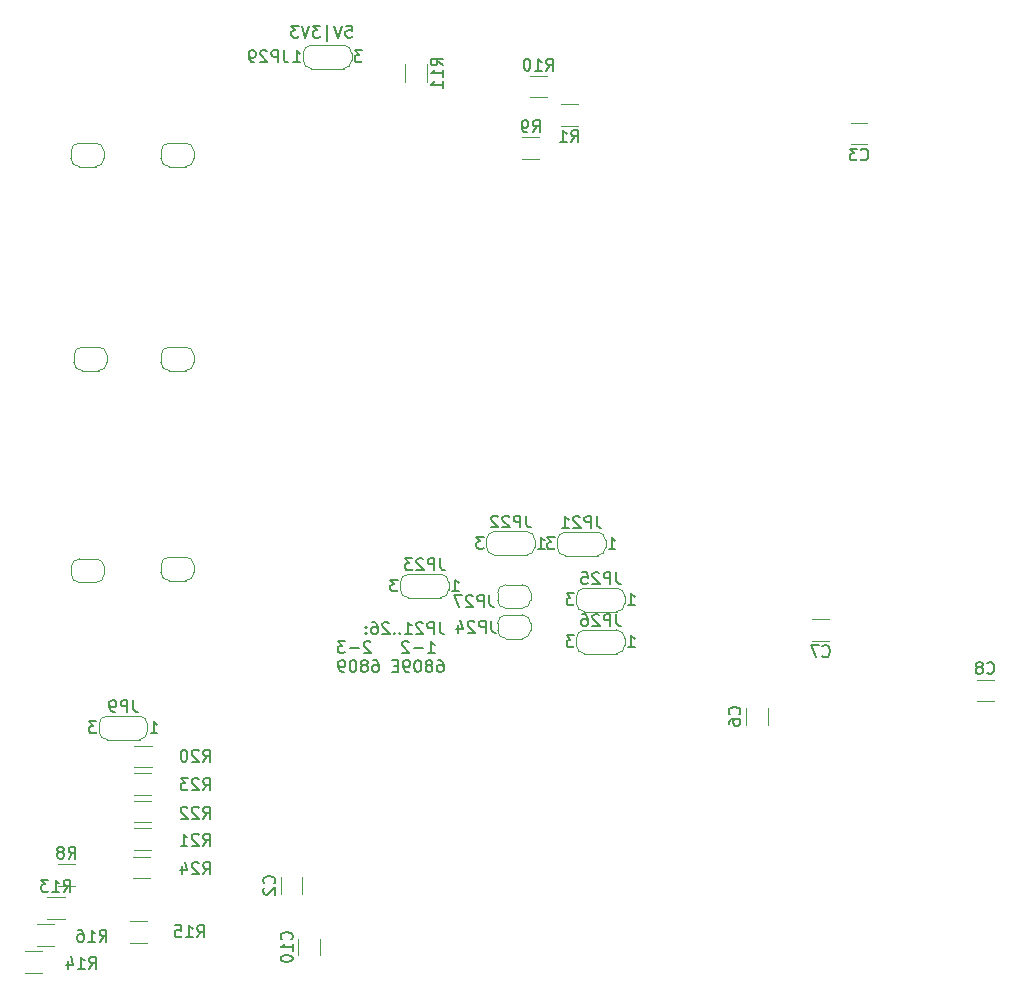
<source format=gbr>
%TF.GenerationSoftware,KiCad,Pcbnew,8.0.5-8.0.5-0~ubuntu22.04.1*%
%TF.CreationDate,2024-10-05T19:48:29+02:00*%
%TF.ProjectId,6809_CPU,36383039-5f43-4505-952e-6b696361645f,rev?*%
%TF.SameCoordinates,Original*%
%TF.FileFunction,Legend,Bot*%
%TF.FilePolarity,Positive*%
%FSLAX46Y46*%
G04 Gerber Fmt 4.6, Leading zero omitted, Abs format (unit mm)*
G04 Created by KiCad (PCBNEW 8.0.5-8.0.5-0~ubuntu22.04.1) date 2024-10-05 19:48:29*
%MOMM*%
%LPD*%
G01*
G04 APERTURE LIST*
%ADD10C,0.150000*%
%ADD11C,0.120000*%
G04 APERTURE END LIST*
D10*
X100418706Y-115131531D02*
X100418706Y-115845816D01*
X100418706Y-115845816D02*
X100466325Y-115988673D01*
X100466325Y-115988673D02*
X100561563Y-116083912D01*
X100561563Y-116083912D02*
X100704420Y-116131531D01*
X100704420Y-116131531D02*
X100799658Y-116131531D01*
X99942515Y-116131531D02*
X99942515Y-115131531D01*
X99942515Y-115131531D02*
X99561563Y-115131531D01*
X99561563Y-115131531D02*
X99466325Y-115179150D01*
X99466325Y-115179150D02*
X99418706Y-115226769D01*
X99418706Y-115226769D02*
X99371087Y-115322007D01*
X99371087Y-115322007D02*
X99371087Y-115464864D01*
X99371087Y-115464864D02*
X99418706Y-115560102D01*
X99418706Y-115560102D02*
X99466325Y-115607721D01*
X99466325Y-115607721D02*
X99561563Y-115655340D01*
X99561563Y-115655340D02*
X99942515Y-115655340D01*
X98990134Y-115226769D02*
X98942515Y-115179150D01*
X98942515Y-115179150D02*
X98847277Y-115131531D01*
X98847277Y-115131531D02*
X98609182Y-115131531D01*
X98609182Y-115131531D02*
X98513944Y-115179150D01*
X98513944Y-115179150D02*
X98466325Y-115226769D01*
X98466325Y-115226769D02*
X98418706Y-115322007D01*
X98418706Y-115322007D02*
X98418706Y-115417245D01*
X98418706Y-115417245D02*
X98466325Y-115560102D01*
X98466325Y-115560102D02*
X99037753Y-116131531D01*
X99037753Y-116131531D02*
X98418706Y-116131531D01*
X97466325Y-116131531D02*
X98037753Y-116131531D01*
X97752039Y-116131531D02*
X97752039Y-115131531D01*
X97752039Y-115131531D02*
X97847277Y-115274388D01*
X97847277Y-115274388D02*
X97942515Y-115369626D01*
X97942515Y-115369626D02*
X98037753Y-115417245D01*
X97037753Y-116036292D02*
X96990134Y-116083912D01*
X96990134Y-116083912D02*
X97037753Y-116131531D01*
X97037753Y-116131531D02*
X97085372Y-116083912D01*
X97085372Y-116083912D02*
X97037753Y-116036292D01*
X97037753Y-116036292D02*
X97037753Y-116131531D01*
X96561563Y-116036292D02*
X96513944Y-116083912D01*
X96513944Y-116083912D02*
X96561563Y-116131531D01*
X96561563Y-116131531D02*
X96609182Y-116083912D01*
X96609182Y-116083912D02*
X96561563Y-116036292D01*
X96561563Y-116036292D02*
X96561563Y-116131531D01*
X96132992Y-115226769D02*
X96085373Y-115179150D01*
X96085373Y-115179150D02*
X95990135Y-115131531D01*
X95990135Y-115131531D02*
X95752040Y-115131531D01*
X95752040Y-115131531D02*
X95656802Y-115179150D01*
X95656802Y-115179150D02*
X95609183Y-115226769D01*
X95609183Y-115226769D02*
X95561564Y-115322007D01*
X95561564Y-115322007D02*
X95561564Y-115417245D01*
X95561564Y-115417245D02*
X95609183Y-115560102D01*
X95609183Y-115560102D02*
X96180611Y-116131531D01*
X96180611Y-116131531D02*
X95561564Y-116131531D01*
X94704421Y-115131531D02*
X94894897Y-115131531D01*
X94894897Y-115131531D02*
X94990135Y-115179150D01*
X94990135Y-115179150D02*
X95037754Y-115226769D01*
X95037754Y-115226769D02*
X95132992Y-115369626D01*
X95132992Y-115369626D02*
X95180611Y-115560102D01*
X95180611Y-115560102D02*
X95180611Y-115941054D01*
X95180611Y-115941054D02*
X95132992Y-116036292D01*
X95132992Y-116036292D02*
X95085373Y-116083912D01*
X95085373Y-116083912D02*
X94990135Y-116131531D01*
X94990135Y-116131531D02*
X94799659Y-116131531D01*
X94799659Y-116131531D02*
X94704421Y-116083912D01*
X94704421Y-116083912D02*
X94656802Y-116036292D01*
X94656802Y-116036292D02*
X94609183Y-115941054D01*
X94609183Y-115941054D02*
X94609183Y-115702959D01*
X94609183Y-115702959D02*
X94656802Y-115607721D01*
X94656802Y-115607721D02*
X94704421Y-115560102D01*
X94704421Y-115560102D02*
X94799659Y-115512483D01*
X94799659Y-115512483D02*
X94990135Y-115512483D01*
X94990135Y-115512483D02*
X95085373Y-115560102D01*
X95085373Y-115560102D02*
X95132992Y-115607721D01*
X95132992Y-115607721D02*
X95180611Y-115702959D01*
X94180611Y-116036292D02*
X94132992Y-116083912D01*
X94132992Y-116083912D02*
X94180611Y-116131531D01*
X94180611Y-116131531D02*
X94228230Y-116083912D01*
X94228230Y-116083912D02*
X94180611Y-116036292D01*
X94180611Y-116036292D02*
X94180611Y-116131531D01*
X94180611Y-115512483D02*
X94132992Y-115560102D01*
X94132992Y-115560102D02*
X94180611Y-115607721D01*
X94180611Y-115607721D02*
X94228230Y-115560102D01*
X94228230Y-115560102D02*
X94180611Y-115512483D01*
X94180611Y-115512483D02*
X94180611Y-115607721D01*
X99418706Y-117741475D02*
X99990134Y-117741475D01*
X99704420Y-117741475D02*
X99704420Y-116741475D01*
X99704420Y-116741475D02*
X99799658Y-116884332D01*
X99799658Y-116884332D02*
X99894896Y-116979570D01*
X99894896Y-116979570D02*
X99990134Y-117027189D01*
X98990134Y-117360522D02*
X98228230Y-117360522D01*
X97799658Y-116836713D02*
X97752039Y-116789094D01*
X97752039Y-116789094D02*
X97656801Y-116741475D01*
X97656801Y-116741475D02*
X97418706Y-116741475D01*
X97418706Y-116741475D02*
X97323468Y-116789094D01*
X97323468Y-116789094D02*
X97275849Y-116836713D01*
X97275849Y-116836713D02*
X97228230Y-116931951D01*
X97228230Y-116931951D02*
X97228230Y-117027189D01*
X97228230Y-117027189D02*
X97275849Y-117170046D01*
X97275849Y-117170046D02*
X97847277Y-117741475D01*
X97847277Y-117741475D02*
X97228230Y-117741475D01*
X94561562Y-116836713D02*
X94513943Y-116789094D01*
X94513943Y-116789094D02*
X94418705Y-116741475D01*
X94418705Y-116741475D02*
X94180610Y-116741475D01*
X94180610Y-116741475D02*
X94085372Y-116789094D01*
X94085372Y-116789094D02*
X94037753Y-116836713D01*
X94037753Y-116836713D02*
X93990134Y-116931951D01*
X93990134Y-116931951D02*
X93990134Y-117027189D01*
X93990134Y-117027189D02*
X94037753Y-117170046D01*
X94037753Y-117170046D02*
X94609181Y-117741475D01*
X94609181Y-117741475D02*
X93990134Y-117741475D01*
X93561562Y-117360522D02*
X92799658Y-117360522D01*
X92418705Y-116741475D02*
X91799658Y-116741475D01*
X91799658Y-116741475D02*
X92132991Y-117122427D01*
X92132991Y-117122427D02*
X91990134Y-117122427D01*
X91990134Y-117122427D02*
X91894896Y-117170046D01*
X91894896Y-117170046D02*
X91847277Y-117217665D01*
X91847277Y-117217665D02*
X91799658Y-117312903D01*
X91799658Y-117312903D02*
X91799658Y-117550998D01*
X91799658Y-117550998D02*
X91847277Y-117646236D01*
X91847277Y-117646236D02*
X91894896Y-117693856D01*
X91894896Y-117693856D02*
X91990134Y-117741475D01*
X91990134Y-117741475D02*
X92275848Y-117741475D01*
X92275848Y-117741475D02*
X92371086Y-117693856D01*
X92371086Y-117693856D02*
X92418705Y-117646236D01*
X100275849Y-118351419D02*
X100466325Y-118351419D01*
X100466325Y-118351419D02*
X100561563Y-118399038D01*
X100561563Y-118399038D02*
X100609182Y-118446657D01*
X100609182Y-118446657D02*
X100704420Y-118589514D01*
X100704420Y-118589514D02*
X100752039Y-118779990D01*
X100752039Y-118779990D02*
X100752039Y-119160942D01*
X100752039Y-119160942D02*
X100704420Y-119256180D01*
X100704420Y-119256180D02*
X100656801Y-119303800D01*
X100656801Y-119303800D02*
X100561563Y-119351419D01*
X100561563Y-119351419D02*
X100371087Y-119351419D01*
X100371087Y-119351419D02*
X100275849Y-119303800D01*
X100275849Y-119303800D02*
X100228230Y-119256180D01*
X100228230Y-119256180D02*
X100180611Y-119160942D01*
X100180611Y-119160942D02*
X100180611Y-118922847D01*
X100180611Y-118922847D02*
X100228230Y-118827609D01*
X100228230Y-118827609D02*
X100275849Y-118779990D01*
X100275849Y-118779990D02*
X100371087Y-118732371D01*
X100371087Y-118732371D02*
X100561563Y-118732371D01*
X100561563Y-118732371D02*
X100656801Y-118779990D01*
X100656801Y-118779990D02*
X100704420Y-118827609D01*
X100704420Y-118827609D02*
X100752039Y-118922847D01*
X99609182Y-118779990D02*
X99704420Y-118732371D01*
X99704420Y-118732371D02*
X99752039Y-118684752D01*
X99752039Y-118684752D02*
X99799658Y-118589514D01*
X99799658Y-118589514D02*
X99799658Y-118541895D01*
X99799658Y-118541895D02*
X99752039Y-118446657D01*
X99752039Y-118446657D02*
X99704420Y-118399038D01*
X99704420Y-118399038D02*
X99609182Y-118351419D01*
X99609182Y-118351419D02*
X99418706Y-118351419D01*
X99418706Y-118351419D02*
X99323468Y-118399038D01*
X99323468Y-118399038D02*
X99275849Y-118446657D01*
X99275849Y-118446657D02*
X99228230Y-118541895D01*
X99228230Y-118541895D02*
X99228230Y-118589514D01*
X99228230Y-118589514D02*
X99275849Y-118684752D01*
X99275849Y-118684752D02*
X99323468Y-118732371D01*
X99323468Y-118732371D02*
X99418706Y-118779990D01*
X99418706Y-118779990D02*
X99609182Y-118779990D01*
X99609182Y-118779990D02*
X99704420Y-118827609D01*
X99704420Y-118827609D02*
X99752039Y-118875228D01*
X99752039Y-118875228D02*
X99799658Y-118970466D01*
X99799658Y-118970466D02*
X99799658Y-119160942D01*
X99799658Y-119160942D02*
X99752039Y-119256180D01*
X99752039Y-119256180D02*
X99704420Y-119303800D01*
X99704420Y-119303800D02*
X99609182Y-119351419D01*
X99609182Y-119351419D02*
X99418706Y-119351419D01*
X99418706Y-119351419D02*
X99323468Y-119303800D01*
X99323468Y-119303800D02*
X99275849Y-119256180D01*
X99275849Y-119256180D02*
X99228230Y-119160942D01*
X99228230Y-119160942D02*
X99228230Y-118970466D01*
X99228230Y-118970466D02*
X99275849Y-118875228D01*
X99275849Y-118875228D02*
X99323468Y-118827609D01*
X99323468Y-118827609D02*
X99418706Y-118779990D01*
X98609182Y-118351419D02*
X98513944Y-118351419D01*
X98513944Y-118351419D02*
X98418706Y-118399038D01*
X98418706Y-118399038D02*
X98371087Y-118446657D01*
X98371087Y-118446657D02*
X98323468Y-118541895D01*
X98323468Y-118541895D02*
X98275849Y-118732371D01*
X98275849Y-118732371D02*
X98275849Y-118970466D01*
X98275849Y-118970466D02*
X98323468Y-119160942D01*
X98323468Y-119160942D02*
X98371087Y-119256180D01*
X98371087Y-119256180D02*
X98418706Y-119303800D01*
X98418706Y-119303800D02*
X98513944Y-119351419D01*
X98513944Y-119351419D02*
X98609182Y-119351419D01*
X98609182Y-119351419D02*
X98704420Y-119303800D01*
X98704420Y-119303800D02*
X98752039Y-119256180D01*
X98752039Y-119256180D02*
X98799658Y-119160942D01*
X98799658Y-119160942D02*
X98847277Y-118970466D01*
X98847277Y-118970466D02*
X98847277Y-118732371D01*
X98847277Y-118732371D02*
X98799658Y-118541895D01*
X98799658Y-118541895D02*
X98752039Y-118446657D01*
X98752039Y-118446657D02*
X98704420Y-118399038D01*
X98704420Y-118399038D02*
X98609182Y-118351419D01*
X97799658Y-119351419D02*
X97609182Y-119351419D01*
X97609182Y-119351419D02*
X97513944Y-119303800D01*
X97513944Y-119303800D02*
X97466325Y-119256180D01*
X97466325Y-119256180D02*
X97371087Y-119113323D01*
X97371087Y-119113323D02*
X97323468Y-118922847D01*
X97323468Y-118922847D02*
X97323468Y-118541895D01*
X97323468Y-118541895D02*
X97371087Y-118446657D01*
X97371087Y-118446657D02*
X97418706Y-118399038D01*
X97418706Y-118399038D02*
X97513944Y-118351419D01*
X97513944Y-118351419D02*
X97704420Y-118351419D01*
X97704420Y-118351419D02*
X97799658Y-118399038D01*
X97799658Y-118399038D02*
X97847277Y-118446657D01*
X97847277Y-118446657D02*
X97894896Y-118541895D01*
X97894896Y-118541895D02*
X97894896Y-118779990D01*
X97894896Y-118779990D02*
X97847277Y-118875228D01*
X97847277Y-118875228D02*
X97799658Y-118922847D01*
X97799658Y-118922847D02*
X97704420Y-118970466D01*
X97704420Y-118970466D02*
X97513944Y-118970466D01*
X97513944Y-118970466D02*
X97418706Y-118922847D01*
X97418706Y-118922847D02*
X97371087Y-118875228D01*
X97371087Y-118875228D02*
X97323468Y-118779990D01*
X96894896Y-118827609D02*
X96561563Y-118827609D01*
X96418706Y-119351419D02*
X96894896Y-119351419D01*
X96894896Y-119351419D02*
X96894896Y-118351419D01*
X96894896Y-118351419D02*
X96418706Y-118351419D01*
X94799658Y-118351419D02*
X94990134Y-118351419D01*
X94990134Y-118351419D02*
X95085372Y-118399038D01*
X95085372Y-118399038D02*
X95132991Y-118446657D01*
X95132991Y-118446657D02*
X95228229Y-118589514D01*
X95228229Y-118589514D02*
X95275848Y-118779990D01*
X95275848Y-118779990D02*
X95275848Y-119160942D01*
X95275848Y-119160942D02*
X95228229Y-119256180D01*
X95228229Y-119256180D02*
X95180610Y-119303800D01*
X95180610Y-119303800D02*
X95085372Y-119351419D01*
X95085372Y-119351419D02*
X94894896Y-119351419D01*
X94894896Y-119351419D02*
X94799658Y-119303800D01*
X94799658Y-119303800D02*
X94752039Y-119256180D01*
X94752039Y-119256180D02*
X94704420Y-119160942D01*
X94704420Y-119160942D02*
X94704420Y-118922847D01*
X94704420Y-118922847D02*
X94752039Y-118827609D01*
X94752039Y-118827609D02*
X94799658Y-118779990D01*
X94799658Y-118779990D02*
X94894896Y-118732371D01*
X94894896Y-118732371D02*
X95085372Y-118732371D01*
X95085372Y-118732371D02*
X95180610Y-118779990D01*
X95180610Y-118779990D02*
X95228229Y-118827609D01*
X95228229Y-118827609D02*
X95275848Y-118922847D01*
X94132991Y-118779990D02*
X94228229Y-118732371D01*
X94228229Y-118732371D02*
X94275848Y-118684752D01*
X94275848Y-118684752D02*
X94323467Y-118589514D01*
X94323467Y-118589514D02*
X94323467Y-118541895D01*
X94323467Y-118541895D02*
X94275848Y-118446657D01*
X94275848Y-118446657D02*
X94228229Y-118399038D01*
X94228229Y-118399038D02*
X94132991Y-118351419D01*
X94132991Y-118351419D02*
X93942515Y-118351419D01*
X93942515Y-118351419D02*
X93847277Y-118399038D01*
X93847277Y-118399038D02*
X93799658Y-118446657D01*
X93799658Y-118446657D02*
X93752039Y-118541895D01*
X93752039Y-118541895D02*
X93752039Y-118589514D01*
X93752039Y-118589514D02*
X93799658Y-118684752D01*
X93799658Y-118684752D02*
X93847277Y-118732371D01*
X93847277Y-118732371D02*
X93942515Y-118779990D01*
X93942515Y-118779990D02*
X94132991Y-118779990D01*
X94132991Y-118779990D02*
X94228229Y-118827609D01*
X94228229Y-118827609D02*
X94275848Y-118875228D01*
X94275848Y-118875228D02*
X94323467Y-118970466D01*
X94323467Y-118970466D02*
X94323467Y-119160942D01*
X94323467Y-119160942D02*
X94275848Y-119256180D01*
X94275848Y-119256180D02*
X94228229Y-119303800D01*
X94228229Y-119303800D02*
X94132991Y-119351419D01*
X94132991Y-119351419D02*
X93942515Y-119351419D01*
X93942515Y-119351419D02*
X93847277Y-119303800D01*
X93847277Y-119303800D02*
X93799658Y-119256180D01*
X93799658Y-119256180D02*
X93752039Y-119160942D01*
X93752039Y-119160942D02*
X93752039Y-118970466D01*
X93752039Y-118970466D02*
X93799658Y-118875228D01*
X93799658Y-118875228D02*
X93847277Y-118827609D01*
X93847277Y-118827609D02*
X93942515Y-118779990D01*
X93132991Y-118351419D02*
X93037753Y-118351419D01*
X93037753Y-118351419D02*
X92942515Y-118399038D01*
X92942515Y-118399038D02*
X92894896Y-118446657D01*
X92894896Y-118446657D02*
X92847277Y-118541895D01*
X92847277Y-118541895D02*
X92799658Y-118732371D01*
X92799658Y-118732371D02*
X92799658Y-118970466D01*
X92799658Y-118970466D02*
X92847277Y-119160942D01*
X92847277Y-119160942D02*
X92894896Y-119256180D01*
X92894896Y-119256180D02*
X92942515Y-119303800D01*
X92942515Y-119303800D02*
X93037753Y-119351419D01*
X93037753Y-119351419D02*
X93132991Y-119351419D01*
X93132991Y-119351419D02*
X93228229Y-119303800D01*
X93228229Y-119303800D02*
X93275848Y-119256180D01*
X93275848Y-119256180D02*
X93323467Y-119160942D01*
X93323467Y-119160942D02*
X93371086Y-118970466D01*
X93371086Y-118970466D02*
X93371086Y-118732371D01*
X93371086Y-118732371D02*
X93323467Y-118541895D01*
X93323467Y-118541895D02*
X93275848Y-118446657D01*
X93275848Y-118446657D02*
X93228229Y-118399038D01*
X93228229Y-118399038D02*
X93132991Y-118351419D01*
X92323467Y-119351419D02*
X92132991Y-119351419D01*
X92132991Y-119351419D02*
X92037753Y-119303800D01*
X92037753Y-119303800D02*
X91990134Y-119256180D01*
X91990134Y-119256180D02*
X91894896Y-119113323D01*
X91894896Y-119113323D02*
X91847277Y-118922847D01*
X91847277Y-118922847D02*
X91847277Y-118541895D01*
X91847277Y-118541895D02*
X91894896Y-118446657D01*
X91894896Y-118446657D02*
X91942515Y-118399038D01*
X91942515Y-118399038D02*
X92037753Y-118351419D01*
X92037753Y-118351419D02*
X92228229Y-118351419D01*
X92228229Y-118351419D02*
X92323467Y-118399038D01*
X92323467Y-118399038D02*
X92371086Y-118446657D01*
X92371086Y-118446657D02*
X92418705Y-118541895D01*
X92418705Y-118541895D02*
X92418705Y-118779990D01*
X92418705Y-118779990D02*
X92371086Y-118875228D01*
X92371086Y-118875228D02*
X92323467Y-118922847D01*
X92323467Y-118922847D02*
X92228229Y-118970466D01*
X92228229Y-118970466D02*
X92037753Y-118970466D01*
X92037753Y-118970466D02*
X91942515Y-118922847D01*
X91942515Y-118922847D02*
X91894896Y-118875228D01*
X91894896Y-118875228D02*
X91847277Y-118779990D01*
X92486830Y-64636214D02*
X92963020Y-64636214D01*
X92963020Y-64636214D02*
X93010639Y-65112404D01*
X93010639Y-65112404D02*
X92963020Y-65064785D01*
X92963020Y-65064785D02*
X92867782Y-65017166D01*
X92867782Y-65017166D02*
X92629687Y-65017166D01*
X92629687Y-65017166D02*
X92534449Y-65064785D01*
X92534449Y-65064785D02*
X92486830Y-65112404D01*
X92486830Y-65112404D02*
X92439211Y-65207642D01*
X92439211Y-65207642D02*
X92439211Y-65445737D01*
X92439211Y-65445737D02*
X92486830Y-65540975D01*
X92486830Y-65540975D02*
X92534449Y-65588595D01*
X92534449Y-65588595D02*
X92629687Y-65636214D01*
X92629687Y-65636214D02*
X92867782Y-65636214D01*
X92867782Y-65636214D02*
X92963020Y-65588595D01*
X92963020Y-65588595D02*
X93010639Y-65540975D01*
X92153496Y-64636214D02*
X91820163Y-65636214D01*
X91820163Y-65636214D02*
X91486830Y-64636214D01*
X90915401Y-65969547D02*
X90915401Y-64540975D01*
X90296353Y-64636214D02*
X89677306Y-64636214D01*
X89677306Y-64636214D02*
X90010639Y-65017166D01*
X90010639Y-65017166D02*
X89867782Y-65017166D01*
X89867782Y-65017166D02*
X89772544Y-65064785D01*
X89772544Y-65064785D02*
X89724925Y-65112404D01*
X89724925Y-65112404D02*
X89677306Y-65207642D01*
X89677306Y-65207642D02*
X89677306Y-65445737D01*
X89677306Y-65445737D02*
X89724925Y-65540975D01*
X89724925Y-65540975D02*
X89772544Y-65588595D01*
X89772544Y-65588595D02*
X89867782Y-65636214D01*
X89867782Y-65636214D02*
X90153496Y-65636214D01*
X90153496Y-65636214D02*
X90248734Y-65588595D01*
X90248734Y-65588595D02*
X90296353Y-65540975D01*
X89391591Y-64636214D02*
X89058258Y-65636214D01*
X89058258Y-65636214D02*
X88724925Y-64636214D01*
X88486829Y-64636214D02*
X87867782Y-64636214D01*
X87867782Y-64636214D02*
X88201115Y-65017166D01*
X88201115Y-65017166D02*
X88058258Y-65017166D01*
X88058258Y-65017166D02*
X87963020Y-65064785D01*
X87963020Y-65064785D02*
X87915401Y-65112404D01*
X87915401Y-65112404D02*
X87867782Y-65207642D01*
X87867782Y-65207642D02*
X87867782Y-65445737D01*
X87867782Y-65445737D02*
X87915401Y-65540975D01*
X87915401Y-65540975D02*
X87963020Y-65588595D01*
X87963020Y-65588595D02*
X88058258Y-65636214D01*
X88058258Y-65636214D02*
X88343972Y-65636214D01*
X88343972Y-65636214D02*
X88439210Y-65588595D01*
X88439210Y-65588595D02*
X88486829Y-65540975D01*
X87217923Y-66719814D02*
X87217923Y-67434099D01*
X87217923Y-67434099D02*
X87265542Y-67576956D01*
X87265542Y-67576956D02*
X87360780Y-67672195D01*
X87360780Y-67672195D02*
X87503637Y-67719814D01*
X87503637Y-67719814D02*
X87598875Y-67719814D01*
X86741732Y-67719814D02*
X86741732Y-66719814D01*
X86741732Y-66719814D02*
X86360780Y-66719814D01*
X86360780Y-66719814D02*
X86265542Y-66767433D01*
X86265542Y-66767433D02*
X86217923Y-66815052D01*
X86217923Y-66815052D02*
X86170304Y-66910290D01*
X86170304Y-66910290D02*
X86170304Y-67053147D01*
X86170304Y-67053147D02*
X86217923Y-67148385D01*
X86217923Y-67148385D02*
X86265542Y-67196004D01*
X86265542Y-67196004D02*
X86360780Y-67243623D01*
X86360780Y-67243623D02*
X86741732Y-67243623D01*
X85789351Y-66815052D02*
X85741732Y-66767433D01*
X85741732Y-66767433D02*
X85646494Y-66719814D01*
X85646494Y-66719814D02*
X85408399Y-66719814D01*
X85408399Y-66719814D02*
X85313161Y-66767433D01*
X85313161Y-66767433D02*
X85265542Y-66815052D01*
X85265542Y-66815052D02*
X85217923Y-66910290D01*
X85217923Y-66910290D02*
X85217923Y-67005528D01*
X85217923Y-67005528D02*
X85265542Y-67148385D01*
X85265542Y-67148385D02*
X85836970Y-67719814D01*
X85836970Y-67719814D02*
X85217923Y-67719814D01*
X84741732Y-67719814D02*
X84551256Y-67719814D01*
X84551256Y-67719814D02*
X84456018Y-67672195D01*
X84456018Y-67672195D02*
X84408399Y-67624575D01*
X84408399Y-67624575D02*
X84313161Y-67481718D01*
X84313161Y-67481718D02*
X84265542Y-67291242D01*
X84265542Y-67291242D02*
X84265542Y-66910290D01*
X84265542Y-66910290D02*
X84313161Y-66815052D01*
X84313161Y-66815052D02*
X84360780Y-66767433D01*
X84360780Y-66767433D02*
X84456018Y-66719814D01*
X84456018Y-66719814D02*
X84646494Y-66719814D01*
X84646494Y-66719814D02*
X84741732Y-66767433D01*
X84741732Y-66767433D02*
X84789351Y-66815052D01*
X84789351Y-66815052D02*
X84836970Y-66910290D01*
X84836970Y-66910290D02*
X84836970Y-67148385D01*
X84836970Y-67148385D02*
X84789351Y-67243623D01*
X84789351Y-67243623D02*
X84741732Y-67291242D01*
X84741732Y-67291242D02*
X84646494Y-67338861D01*
X84646494Y-67338861D02*
X84456018Y-67338861D01*
X84456018Y-67338861D02*
X84360780Y-67291242D01*
X84360780Y-67291242D02*
X84313161Y-67243623D01*
X84313161Y-67243623D02*
X84265542Y-67148385D01*
X93850132Y-66719814D02*
X93231085Y-66719814D01*
X93231085Y-66719814D02*
X93564418Y-67100766D01*
X93564418Y-67100766D02*
X93421561Y-67100766D01*
X93421561Y-67100766D02*
X93326323Y-67148385D01*
X93326323Y-67148385D02*
X93278704Y-67196004D01*
X93278704Y-67196004D02*
X93231085Y-67291242D01*
X93231085Y-67291242D02*
X93231085Y-67529337D01*
X93231085Y-67529337D02*
X93278704Y-67624575D01*
X93278704Y-67624575D02*
X93326323Y-67672195D01*
X93326323Y-67672195D02*
X93421561Y-67719814D01*
X93421561Y-67719814D02*
X93707275Y-67719814D01*
X93707275Y-67719814D02*
X93802513Y-67672195D01*
X93802513Y-67672195D02*
X93850132Y-67624575D01*
X88031085Y-67719814D02*
X88602513Y-67719814D01*
X88316799Y-67719814D02*
X88316799Y-66719814D01*
X88316799Y-66719814D02*
X88412037Y-66862671D01*
X88412037Y-66862671D02*
X88507275Y-66957909D01*
X88507275Y-66957909D02*
X88602513Y-67005528D01*
X100680019Y-67994337D02*
X100203828Y-67661004D01*
X100680019Y-67422909D02*
X99680019Y-67422909D01*
X99680019Y-67422909D02*
X99680019Y-67803861D01*
X99680019Y-67803861D02*
X99727638Y-67899099D01*
X99727638Y-67899099D02*
X99775257Y-67946718D01*
X99775257Y-67946718D02*
X99870495Y-67994337D01*
X99870495Y-67994337D02*
X100013352Y-67994337D01*
X100013352Y-67994337D02*
X100108590Y-67946718D01*
X100108590Y-67946718D02*
X100156209Y-67899099D01*
X100156209Y-67899099D02*
X100203828Y-67803861D01*
X100203828Y-67803861D02*
X100203828Y-67422909D01*
X100680019Y-68946718D02*
X100680019Y-68375290D01*
X100680019Y-68661004D02*
X99680019Y-68661004D01*
X99680019Y-68661004D02*
X99822876Y-68565766D01*
X99822876Y-68565766D02*
X99918114Y-68470528D01*
X99918114Y-68470528D02*
X99965733Y-68375290D01*
X100680019Y-69899099D02*
X100680019Y-69327671D01*
X100680019Y-69613385D02*
X99680019Y-69613385D01*
X99680019Y-69613385D02*
X99822876Y-69518147D01*
X99822876Y-69518147D02*
X99918114Y-69422909D01*
X99918114Y-69422909D02*
X99965733Y-69327671D01*
X87866780Y-142001742D02*
X87914400Y-141954123D01*
X87914400Y-141954123D02*
X87962019Y-141811266D01*
X87962019Y-141811266D02*
X87962019Y-141716028D01*
X87962019Y-141716028D02*
X87914400Y-141573171D01*
X87914400Y-141573171D02*
X87819161Y-141477933D01*
X87819161Y-141477933D02*
X87723923Y-141430314D01*
X87723923Y-141430314D02*
X87533447Y-141382695D01*
X87533447Y-141382695D02*
X87390590Y-141382695D01*
X87390590Y-141382695D02*
X87200114Y-141430314D01*
X87200114Y-141430314D02*
X87104876Y-141477933D01*
X87104876Y-141477933D02*
X87009638Y-141573171D01*
X87009638Y-141573171D02*
X86962019Y-141716028D01*
X86962019Y-141716028D02*
X86962019Y-141811266D01*
X86962019Y-141811266D02*
X87009638Y-141954123D01*
X87009638Y-141954123D02*
X87057257Y-142001742D01*
X87962019Y-142954123D02*
X87962019Y-142382695D01*
X87962019Y-142668409D02*
X86962019Y-142668409D01*
X86962019Y-142668409D02*
X87104876Y-142573171D01*
X87104876Y-142573171D02*
X87200114Y-142477933D01*
X87200114Y-142477933D02*
X87247733Y-142382695D01*
X86962019Y-143573171D02*
X86962019Y-143668409D01*
X86962019Y-143668409D02*
X87009638Y-143763647D01*
X87009638Y-143763647D02*
X87057257Y-143811266D01*
X87057257Y-143811266D02*
X87152495Y-143858885D01*
X87152495Y-143858885D02*
X87342971Y-143906504D01*
X87342971Y-143906504D02*
X87581066Y-143906504D01*
X87581066Y-143906504D02*
X87771542Y-143858885D01*
X87771542Y-143858885D02*
X87866780Y-143811266D01*
X87866780Y-143811266D02*
X87914400Y-143763647D01*
X87914400Y-143763647D02*
X87962019Y-143668409D01*
X87962019Y-143668409D02*
X87962019Y-143573171D01*
X87962019Y-143573171D02*
X87914400Y-143477933D01*
X87914400Y-143477933D02*
X87866780Y-143430314D01*
X87866780Y-143430314D02*
X87771542Y-143382695D01*
X87771542Y-143382695D02*
X87581066Y-143335076D01*
X87581066Y-143335076D02*
X87342971Y-143335076D01*
X87342971Y-143335076D02*
X87152495Y-143382695D01*
X87152495Y-143382695D02*
X87057257Y-143430314D01*
X87057257Y-143430314D02*
X87009638Y-143477933D01*
X87009638Y-143477933D02*
X86962019Y-143573171D01*
X86393580Y-137247333D02*
X86441200Y-137199714D01*
X86441200Y-137199714D02*
X86488819Y-137056857D01*
X86488819Y-137056857D02*
X86488819Y-136961619D01*
X86488819Y-136961619D02*
X86441200Y-136818762D01*
X86441200Y-136818762D02*
X86345961Y-136723524D01*
X86345961Y-136723524D02*
X86250723Y-136675905D01*
X86250723Y-136675905D02*
X86060247Y-136628286D01*
X86060247Y-136628286D02*
X85917390Y-136628286D01*
X85917390Y-136628286D02*
X85726914Y-136675905D01*
X85726914Y-136675905D02*
X85631676Y-136723524D01*
X85631676Y-136723524D02*
X85536438Y-136818762D01*
X85536438Y-136818762D02*
X85488819Y-136961619D01*
X85488819Y-136961619D02*
X85488819Y-137056857D01*
X85488819Y-137056857D02*
X85536438Y-137199714D01*
X85536438Y-137199714D02*
X85584057Y-137247333D01*
X85584057Y-137628286D02*
X85536438Y-137675905D01*
X85536438Y-137675905D02*
X85488819Y-137771143D01*
X85488819Y-137771143D02*
X85488819Y-138009238D01*
X85488819Y-138009238D02*
X85536438Y-138104476D01*
X85536438Y-138104476D02*
X85584057Y-138152095D01*
X85584057Y-138152095D02*
X85679295Y-138199714D01*
X85679295Y-138199714D02*
X85774533Y-138199714D01*
X85774533Y-138199714D02*
X85917390Y-138152095D01*
X85917390Y-138152095D02*
X86488819Y-137580667D01*
X86488819Y-137580667D02*
X86488819Y-138199714D01*
X70746857Y-144472819D02*
X71080190Y-143996628D01*
X71318285Y-144472819D02*
X71318285Y-143472819D01*
X71318285Y-143472819D02*
X70937333Y-143472819D01*
X70937333Y-143472819D02*
X70842095Y-143520438D01*
X70842095Y-143520438D02*
X70794476Y-143568057D01*
X70794476Y-143568057D02*
X70746857Y-143663295D01*
X70746857Y-143663295D02*
X70746857Y-143806152D01*
X70746857Y-143806152D02*
X70794476Y-143901390D01*
X70794476Y-143901390D02*
X70842095Y-143949009D01*
X70842095Y-143949009D02*
X70937333Y-143996628D01*
X70937333Y-143996628D02*
X71318285Y-143996628D01*
X69794476Y-144472819D02*
X70365904Y-144472819D01*
X70080190Y-144472819D02*
X70080190Y-143472819D01*
X70080190Y-143472819D02*
X70175428Y-143615676D01*
X70175428Y-143615676D02*
X70270666Y-143710914D01*
X70270666Y-143710914D02*
X70365904Y-143758533D01*
X68937333Y-143806152D02*
X68937333Y-144472819D01*
X69175428Y-143425200D02*
X69413523Y-144139485D01*
X69413523Y-144139485D02*
X68794476Y-144139485D01*
X80398857Y-129359819D02*
X80732190Y-128883628D01*
X80970285Y-129359819D02*
X80970285Y-128359819D01*
X80970285Y-128359819D02*
X80589333Y-128359819D01*
X80589333Y-128359819D02*
X80494095Y-128407438D01*
X80494095Y-128407438D02*
X80446476Y-128455057D01*
X80446476Y-128455057D02*
X80398857Y-128550295D01*
X80398857Y-128550295D02*
X80398857Y-128693152D01*
X80398857Y-128693152D02*
X80446476Y-128788390D01*
X80446476Y-128788390D02*
X80494095Y-128836009D01*
X80494095Y-128836009D02*
X80589333Y-128883628D01*
X80589333Y-128883628D02*
X80970285Y-128883628D01*
X80017904Y-128455057D02*
X79970285Y-128407438D01*
X79970285Y-128407438D02*
X79875047Y-128359819D01*
X79875047Y-128359819D02*
X79636952Y-128359819D01*
X79636952Y-128359819D02*
X79541714Y-128407438D01*
X79541714Y-128407438D02*
X79494095Y-128455057D01*
X79494095Y-128455057D02*
X79446476Y-128550295D01*
X79446476Y-128550295D02*
X79446476Y-128645533D01*
X79446476Y-128645533D02*
X79494095Y-128788390D01*
X79494095Y-128788390D02*
X80065523Y-129359819D01*
X80065523Y-129359819D02*
X79446476Y-129359819D01*
X79113142Y-128359819D02*
X78494095Y-128359819D01*
X78494095Y-128359819D02*
X78827428Y-128740771D01*
X78827428Y-128740771D02*
X78684571Y-128740771D01*
X78684571Y-128740771D02*
X78589333Y-128788390D01*
X78589333Y-128788390D02*
X78541714Y-128836009D01*
X78541714Y-128836009D02*
X78494095Y-128931247D01*
X78494095Y-128931247D02*
X78494095Y-129169342D01*
X78494095Y-129169342D02*
X78541714Y-129264580D01*
X78541714Y-129264580D02*
X78589333Y-129312200D01*
X78589333Y-129312200D02*
X78684571Y-129359819D01*
X78684571Y-129359819D02*
X78970285Y-129359819D01*
X78970285Y-129359819D02*
X79065523Y-129312200D01*
X79065523Y-129312200D02*
X79113142Y-129264580D01*
X104789123Y-115024819D02*
X104789123Y-115739104D01*
X104789123Y-115739104D02*
X104836742Y-115881961D01*
X104836742Y-115881961D02*
X104931980Y-115977200D01*
X104931980Y-115977200D02*
X105074837Y-116024819D01*
X105074837Y-116024819D02*
X105170075Y-116024819D01*
X104312932Y-116024819D02*
X104312932Y-115024819D01*
X104312932Y-115024819D02*
X103931980Y-115024819D01*
X103931980Y-115024819D02*
X103836742Y-115072438D01*
X103836742Y-115072438D02*
X103789123Y-115120057D01*
X103789123Y-115120057D02*
X103741504Y-115215295D01*
X103741504Y-115215295D02*
X103741504Y-115358152D01*
X103741504Y-115358152D02*
X103789123Y-115453390D01*
X103789123Y-115453390D02*
X103836742Y-115501009D01*
X103836742Y-115501009D02*
X103931980Y-115548628D01*
X103931980Y-115548628D02*
X104312932Y-115548628D01*
X103360551Y-115120057D02*
X103312932Y-115072438D01*
X103312932Y-115072438D02*
X103217694Y-115024819D01*
X103217694Y-115024819D02*
X102979599Y-115024819D01*
X102979599Y-115024819D02*
X102884361Y-115072438D01*
X102884361Y-115072438D02*
X102836742Y-115120057D01*
X102836742Y-115120057D02*
X102789123Y-115215295D01*
X102789123Y-115215295D02*
X102789123Y-115310533D01*
X102789123Y-115310533D02*
X102836742Y-115453390D01*
X102836742Y-115453390D02*
X103408170Y-116024819D01*
X103408170Y-116024819D02*
X102789123Y-116024819D01*
X101931980Y-115358152D02*
X101931980Y-116024819D01*
X102170075Y-114977200D02*
X102408170Y-115691485D01*
X102408170Y-115691485D02*
X101789123Y-115691485D01*
X104636723Y-112840419D02*
X104636723Y-113554704D01*
X104636723Y-113554704D02*
X104684342Y-113697561D01*
X104684342Y-113697561D02*
X104779580Y-113792800D01*
X104779580Y-113792800D02*
X104922437Y-113840419D01*
X104922437Y-113840419D02*
X105017675Y-113840419D01*
X104160532Y-113840419D02*
X104160532Y-112840419D01*
X104160532Y-112840419D02*
X103779580Y-112840419D01*
X103779580Y-112840419D02*
X103684342Y-112888038D01*
X103684342Y-112888038D02*
X103636723Y-112935657D01*
X103636723Y-112935657D02*
X103589104Y-113030895D01*
X103589104Y-113030895D02*
X103589104Y-113173752D01*
X103589104Y-113173752D02*
X103636723Y-113268990D01*
X103636723Y-113268990D02*
X103684342Y-113316609D01*
X103684342Y-113316609D02*
X103779580Y-113364228D01*
X103779580Y-113364228D02*
X104160532Y-113364228D01*
X103208151Y-112935657D02*
X103160532Y-112888038D01*
X103160532Y-112888038D02*
X103065294Y-112840419D01*
X103065294Y-112840419D02*
X102827199Y-112840419D01*
X102827199Y-112840419D02*
X102731961Y-112888038D01*
X102731961Y-112888038D02*
X102684342Y-112935657D01*
X102684342Y-112935657D02*
X102636723Y-113030895D01*
X102636723Y-113030895D02*
X102636723Y-113126133D01*
X102636723Y-113126133D02*
X102684342Y-113268990D01*
X102684342Y-113268990D02*
X103255770Y-113840419D01*
X103255770Y-113840419D02*
X102636723Y-113840419D01*
X102303389Y-112840419D02*
X101636723Y-112840419D01*
X101636723Y-112840419D02*
X102065294Y-113840419D01*
X68587857Y-137953819D02*
X68921190Y-137477628D01*
X69159285Y-137953819D02*
X69159285Y-136953819D01*
X69159285Y-136953819D02*
X68778333Y-136953819D01*
X68778333Y-136953819D02*
X68683095Y-137001438D01*
X68683095Y-137001438D02*
X68635476Y-137049057D01*
X68635476Y-137049057D02*
X68587857Y-137144295D01*
X68587857Y-137144295D02*
X68587857Y-137287152D01*
X68587857Y-137287152D02*
X68635476Y-137382390D01*
X68635476Y-137382390D02*
X68683095Y-137430009D01*
X68683095Y-137430009D02*
X68778333Y-137477628D01*
X68778333Y-137477628D02*
X69159285Y-137477628D01*
X67635476Y-137953819D02*
X68206904Y-137953819D01*
X67921190Y-137953819D02*
X67921190Y-136953819D01*
X67921190Y-136953819D02*
X68016428Y-137096676D01*
X68016428Y-137096676D02*
X68111666Y-137191914D01*
X68111666Y-137191914D02*
X68206904Y-137239533D01*
X67302142Y-136953819D02*
X66683095Y-136953819D01*
X66683095Y-136953819D02*
X67016428Y-137334771D01*
X67016428Y-137334771D02*
X66873571Y-137334771D01*
X66873571Y-137334771D02*
X66778333Y-137382390D01*
X66778333Y-137382390D02*
X66730714Y-137430009D01*
X66730714Y-137430009D02*
X66683095Y-137525247D01*
X66683095Y-137525247D02*
X66683095Y-137763342D01*
X66683095Y-137763342D02*
X66730714Y-137858580D01*
X66730714Y-137858580D02*
X66778333Y-137906200D01*
X66778333Y-137906200D02*
X66873571Y-137953819D01*
X66873571Y-137953819D02*
X67159285Y-137953819D01*
X67159285Y-137953819D02*
X67254523Y-137906200D01*
X67254523Y-137906200D02*
X67302142Y-137858580D01*
X74463333Y-121733819D02*
X74463333Y-122448104D01*
X74463333Y-122448104D02*
X74510952Y-122590961D01*
X74510952Y-122590961D02*
X74606190Y-122686200D01*
X74606190Y-122686200D02*
X74749047Y-122733819D01*
X74749047Y-122733819D02*
X74844285Y-122733819D01*
X73987142Y-122733819D02*
X73987142Y-121733819D01*
X73987142Y-121733819D02*
X73606190Y-121733819D01*
X73606190Y-121733819D02*
X73510952Y-121781438D01*
X73510952Y-121781438D02*
X73463333Y-121829057D01*
X73463333Y-121829057D02*
X73415714Y-121924295D01*
X73415714Y-121924295D02*
X73415714Y-122067152D01*
X73415714Y-122067152D02*
X73463333Y-122162390D01*
X73463333Y-122162390D02*
X73510952Y-122210009D01*
X73510952Y-122210009D02*
X73606190Y-122257628D01*
X73606190Y-122257628D02*
X73987142Y-122257628D01*
X72939523Y-122733819D02*
X72749047Y-122733819D01*
X72749047Y-122733819D02*
X72653809Y-122686200D01*
X72653809Y-122686200D02*
X72606190Y-122638580D01*
X72606190Y-122638580D02*
X72510952Y-122495723D01*
X72510952Y-122495723D02*
X72463333Y-122305247D01*
X72463333Y-122305247D02*
X72463333Y-121924295D01*
X72463333Y-121924295D02*
X72510952Y-121829057D01*
X72510952Y-121829057D02*
X72558571Y-121781438D01*
X72558571Y-121781438D02*
X72653809Y-121733819D01*
X72653809Y-121733819D02*
X72844285Y-121733819D01*
X72844285Y-121733819D02*
X72939523Y-121781438D01*
X72939523Y-121781438D02*
X72987142Y-121829057D01*
X72987142Y-121829057D02*
X73034761Y-121924295D01*
X73034761Y-121924295D02*
X73034761Y-122162390D01*
X73034761Y-122162390D02*
X72987142Y-122257628D01*
X72987142Y-122257628D02*
X72939523Y-122305247D01*
X72939523Y-122305247D02*
X72844285Y-122352866D01*
X72844285Y-122352866D02*
X72653809Y-122352866D01*
X72653809Y-122352866D02*
X72558571Y-122305247D01*
X72558571Y-122305247D02*
X72510952Y-122257628D01*
X72510952Y-122257628D02*
X72463333Y-122162390D01*
X75944285Y-124533819D02*
X76515713Y-124533819D01*
X76229999Y-124533819D02*
X76229999Y-123533819D01*
X76229999Y-123533819D02*
X76325237Y-123676676D01*
X76325237Y-123676676D02*
X76420475Y-123771914D01*
X76420475Y-123771914D02*
X76515713Y-123819533D01*
X71363332Y-123533819D02*
X70744285Y-123533819D01*
X70744285Y-123533819D02*
X71077618Y-123914771D01*
X71077618Y-123914771D02*
X70934761Y-123914771D01*
X70934761Y-123914771D02*
X70839523Y-123962390D01*
X70839523Y-123962390D02*
X70791904Y-124010009D01*
X70791904Y-124010009D02*
X70744285Y-124105247D01*
X70744285Y-124105247D02*
X70744285Y-124343342D01*
X70744285Y-124343342D02*
X70791904Y-124438580D01*
X70791904Y-124438580D02*
X70839523Y-124486200D01*
X70839523Y-124486200D02*
X70934761Y-124533819D01*
X70934761Y-124533819D02*
X71220475Y-124533819D01*
X71220475Y-124533819D02*
X71315713Y-124486200D01*
X71315713Y-124486200D02*
X71363332Y-124438580D01*
X80398857Y-126946819D02*
X80732190Y-126470628D01*
X80970285Y-126946819D02*
X80970285Y-125946819D01*
X80970285Y-125946819D02*
X80589333Y-125946819D01*
X80589333Y-125946819D02*
X80494095Y-125994438D01*
X80494095Y-125994438D02*
X80446476Y-126042057D01*
X80446476Y-126042057D02*
X80398857Y-126137295D01*
X80398857Y-126137295D02*
X80398857Y-126280152D01*
X80398857Y-126280152D02*
X80446476Y-126375390D01*
X80446476Y-126375390D02*
X80494095Y-126423009D01*
X80494095Y-126423009D02*
X80589333Y-126470628D01*
X80589333Y-126470628D02*
X80970285Y-126470628D01*
X80017904Y-126042057D02*
X79970285Y-125994438D01*
X79970285Y-125994438D02*
X79875047Y-125946819D01*
X79875047Y-125946819D02*
X79636952Y-125946819D01*
X79636952Y-125946819D02*
X79541714Y-125994438D01*
X79541714Y-125994438D02*
X79494095Y-126042057D01*
X79494095Y-126042057D02*
X79446476Y-126137295D01*
X79446476Y-126137295D02*
X79446476Y-126232533D01*
X79446476Y-126232533D02*
X79494095Y-126375390D01*
X79494095Y-126375390D02*
X80065523Y-126946819D01*
X80065523Y-126946819D02*
X79446476Y-126946819D01*
X78827428Y-125946819D02*
X78732190Y-125946819D01*
X78732190Y-125946819D02*
X78636952Y-125994438D01*
X78636952Y-125994438D02*
X78589333Y-126042057D01*
X78589333Y-126042057D02*
X78541714Y-126137295D01*
X78541714Y-126137295D02*
X78494095Y-126327771D01*
X78494095Y-126327771D02*
X78494095Y-126565866D01*
X78494095Y-126565866D02*
X78541714Y-126756342D01*
X78541714Y-126756342D02*
X78589333Y-126851580D01*
X78589333Y-126851580D02*
X78636952Y-126899200D01*
X78636952Y-126899200D02*
X78732190Y-126946819D01*
X78732190Y-126946819D02*
X78827428Y-126946819D01*
X78827428Y-126946819D02*
X78922666Y-126899200D01*
X78922666Y-126899200D02*
X78970285Y-126851580D01*
X78970285Y-126851580D02*
X79017904Y-126756342D01*
X79017904Y-126756342D02*
X79065523Y-126565866D01*
X79065523Y-126565866D02*
X79065523Y-126327771D01*
X79065523Y-126327771D02*
X79017904Y-126137295D01*
X79017904Y-126137295D02*
X78970285Y-126042057D01*
X78970285Y-126042057D02*
X78922666Y-125994438D01*
X78922666Y-125994438D02*
X78827428Y-125946819D01*
X80398857Y-131772819D02*
X80732190Y-131296628D01*
X80970285Y-131772819D02*
X80970285Y-130772819D01*
X80970285Y-130772819D02*
X80589333Y-130772819D01*
X80589333Y-130772819D02*
X80494095Y-130820438D01*
X80494095Y-130820438D02*
X80446476Y-130868057D01*
X80446476Y-130868057D02*
X80398857Y-130963295D01*
X80398857Y-130963295D02*
X80398857Y-131106152D01*
X80398857Y-131106152D02*
X80446476Y-131201390D01*
X80446476Y-131201390D02*
X80494095Y-131249009D01*
X80494095Y-131249009D02*
X80589333Y-131296628D01*
X80589333Y-131296628D02*
X80970285Y-131296628D01*
X80017904Y-130868057D02*
X79970285Y-130820438D01*
X79970285Y-130820438D02*
X79875047Y-130772819D01*
X79875047Y-130772819D02*
X79636952Y-130772819D01*
X79636952Y-130772819D02*
X79541714Y-130820438D01*
X79541714Y-130820438D02*
X79494095Y-130868057D01*
X79494095Y-130868057D02*
X79446476Y-130963295D01*
X79446476Y-130963295D02*
X79446476Y-131058533D01*
X79446476Y-131058533D02*
X79494095Y-131201390D01*
X79494095Y-131201390D02*
X80065523Y-131772819D01*
X80065523Y-131772819D02*
X79446476Y-131772819D01*
X79065523Y-130868057D02*
X79017904Y-130820438D01*
X79017904Y-130820438D02*
X78922666Y-130772819D01*
X78922666Y-130772819D02*
X78684571Y-130772819D01*
X78684571Y-130772819D02*
X78589333Y-130820438D01*
X78589333Y-130820438D02*
X78541714Y-130868057D01*
X78541714Y-130868057D02*
X78494095Y-130963295D01*
X78494095Y-130963295D02*
X78494095Y-131058533D01*
X78494095Y-131058533D02*
X78541714Y-131201390D01*
X78541714Y-131201390D02*
X79113142Y-131772819D01*
X79113142Y-131772819D02*
X78494095Y-131772819D01*
X80398857Y-136471819D02*
X80732190Y-135995628D01*
X80970285Y-136471819D02*
X80970285Y-135471819D01*
X80970285Y-135471819D02*
X80589333Y-135471819D01*
X80589333Y-135471819D02*
X80494095Y-135519438D01*
X80494095Y-135519438D02*
X80446476Y-135567057D01*
X80446476Y-135567057D02*
X80398857Y-135662295D01*
X80398857Y-135662295D02*
X80398857Y-135805152D01*
X80398857Y-135805152D02*
X80446476Y-135900390D01*
X80446476Y-135900390D02*
X80494095Y-135948009D01*
X80494095Y-135948009D02*
X80589333Y-135995628D01*
X80589333Y-135995628D02*
X80970285Y-135995628D01*
X80017904Y-135567057D02*
X79970285Y-135519438D01*
X79970285Y-135519438D02*
X79875047Y-135471819D01*
X79875047Y-135471819D02*
X79636952Y-135471819D01*
X79636952Y-135471819D02*
X79541714Y-135519438D01*
X79541714Y-135519438D02*
X79494095Y-135567057D01*
X79494095Y-135567057D02*
X79446476Y-135662295D01*
X79446476Y-135662295D02*
X79446476Y-135757533D01*
X79446476Y-135757533D02*
X79494095Y-135900390D01*
X79494095Y-135900390D02*
X80065523Y-136471819D01*
X80065523Y-136471819D02*
X79446476Y-136471819D01*
X78589333Y-135805152D02*
X78589333Y-136471819D01*
X78827428Y-135424200D02*
X79065523Y-136138485D01*
X79065523Y-136138485D02*
X78446476Y-136138485D01*
X100451323Y-109725414D02*
X100451323Y-110439699D01*
X100451323Y-110439699D02*
X100498942Y-110582556D01*
X100498942Y-110582556D02*
X100594180Y-110677795D01*
X100594180Y-110677795D02*
X100737037Y-110725414D01*
X100737037Y-110725414D02*
X100832275Y-110725414D01*
X99975132Y-110725414D02*
X99975132Y-109725414D01*
X99975132Y-109725414D02*
X99594180Y-109725414D01*
X99594180Y-109725414D02*
X99498942Y-109773033D01*
X99498942Y-109773033D02*
X99451323Y-109820652D01*
X99451323Y-109820652D02*
X99403704Y-109915890D01*
X99403704Y-109915890D02*
X99403704Y-110058747D01*
X99403704Y-110058747D02*
X99451323Y-110153985D01*
X99451323Y-110153985D02*
X99498942Y-110201604D01*
X99498942Y-110201604D02*
X99594180Y-110249223D01*
X99594180Y-110249223D02*
X99975132Y-110249223D01*
X99022751Y-109820652D02*
X98975132Y-109773033D01*
X98975132Y-109773033D02*
X98879894Y-109725414D01*
X98879894Y-109725414D02*
X98641799Y-109725414D01*
X98641799Y-109725414D02*
X98546561Y-109773033D01*
X98546561Y-109773033D02*
X98498942Y-109820652D01*
X98498942Y-109820652D02*
X98451323Y-109915890D01*
X98451323Y-109915890D02*
X98451323Y-110011128D01*
X98451323Y-110011128D02*
X98498942Y-110153985D01*
X98498942Y-110153985D02*
X99070370Y-110725414D01*
X99070370Y-110725414D02*
X98451323Y-110725414D01*
X98117989Y-109725414D02*
X97498942Y-109725414D01*
X97498942Y-109725414D02*
X97832275Y-110106366D01*
X97832275Y-110106366D02*
X97689418Y-110106366D01*
X97689418Y-110106366D02*
X97594180Y-110153985D01*
X97594180Y-110153985D02*
X97546561Y-110201604D01*
X97546561Y-110201604D02*
X97498942Y-110296842D01*
X97498942Y-110296842D02*
X97498942Y-110534937D01*
X97498942Y-110534937D02*
X97546561Y-110630175D01*
X97546561Y-110630175D02*
X97594180Y-110677795D01*
X97594180Y-110677795D02*
X97689418Y-110725414D01*
X97689418Y-110725414D02*
X97975132Y-110725414D01*
X97975132Y-110725414D02*
X98070370Y-110677795D01*
X98070370Y-110677795D02*
X98117989Y-110630175D01*
X96875132Y-111525414D02*
X96256085Y-111525414D01*
X96256085Y-111525414D02*
X96589418Y-111906366D01*
X96589418Y-111906366D02*
X96446561Y-111906366D01*
X96446561Y-111906366D02*
X96351323Y-111953985D01*
X96351323Y-111953985D02*
X96303704Y-112001604D01*
X96303704Y-112001604D02*
X96256085Y-112096842D01*
X96256085Y-112096842D02*
X96256085Y-112334937D01*
X96256085Y-112334937D02*
X96303704Y-112430175D01*
X96303704Y-112430175D02*
X96351323Y-112477795D01*
X96351323Y-112477795D02*
X96446561Y-112525414D01*
X96446561Y-112525414D02*
X96732275Y-112525414D01*
X96732275Y-112525414D02*
X96827513Y-112477795D01*
X96827513Y-112477795D02*
X96875132Y-112430175D01*
X101456085Y-112525414D02*
X102027513Y-112525414D01*
X101741799Y-112525414D02*
X101741799Y-111525414D01*
X101741799Y-111525414D02*
X101837037Y-111668271D01*
X101837037Y-111668271D02*
X101932275Y-111763509D01*
X101932275Y-111763509D02*
X102027513Y-111811128D01*
X80398857Y-134058819D02*
X80732190Y-133582628D01*
X80970285Y-134058819D02*
X80970285Y-133058819D01*
X80970285Y-133058819D02*
X80589333Y-133058819D01*
X80589333Y-133058819D02*
X80494095Y-133106438D01*
X80494095Y-133106438D02*
X80446476Y-133154057D01*
X80446476Y-133154057D02*
X80398857Y-133249295D01*
X80398857Y-133249295D02*
X80398857Y-133392152D01*
X80398857Y-133392152D02*
X80446476Y-133487390D01*
X80446476Y-133487390D02*
X80494095Y-133535009D01*
X80494095Y-133535009D02*
X80589333Y-133582628D01*
X80589333Y-133582628D02*
X80970285Y-133582628D01*
X80017904Y-133154057D02*
X79970285Y-133106438D01*
X79970285Y-133106438D02*
X79875047Y-133058819D01*
X79875047Y-133058819D02*
X79636952Y-133058819D01*
X79636952Y-133058819D02*
X79541714Y-133106438D01*
X79541714Y-133106438D02*
X79494095Y-133154057D01*
X79494095Y-133154057D02*
X79446476Y-133249295D01*
X79446476Y-133249295D02*
X79446476Y-133344533D01*
X79446476Y-133344533D02*
X79494095Y-133487390D01*
X79494095Y-133487390D02*
X80065523Y-134058819D01*
X80065523Y-134058819D02*
X79446476Y-134058819D01*
X78494095Y-134058819D02*
X79065523Y-134058819D01*
X78779809Y-134058819D02*
X78779809Y-133058819D01*
X78779809Y-133058819D02*
X78875047Y-133201676D01*
X78875047Y-133201676D02*
X78970285Y-133296914D01*
X78970285Y-133296914D02*
X79065523Y-133344533D01*
X111556866Y-74487814D02*
X111890199Y-74011623D01*
X112128294Y-74487814D02*
X112128294Y-73487814D01*
X112128294Y-73487814D02*
X111747342Y-73487814D01*
X111747342Y-73487814D02*
X111652104Y-73535433D01*
X111652104Y-73535433D02*
X111604485Y-73583052D01*
X111604485Y-73583052D02*
X111556866Y-73678290D01*
X111556866Y-73678290D02*
X111556866Y-73821147D01*
X111556866Y-73821147D02*
X111604485Y-73916385D01*
X111604485Y-73916385D02*
X111652104Y-73964004D01*
X111652104Y-73964004D02*
X111747342Y-74011623D01*
X111747342Y-74011623D02*
X112128294Y-74011623D01*
X110604485Y-74487814D02*
X111175913Y-74487814D01*
X110890199Y-74487814D02*
X110890199Y-73487814D01*
X110890199Y-73487814D02*
X110985437Y-73630671D01*
X110985437Y-73630671D02*
X111080675Y-73725909D01*
X111080675Y-73725909D02*
X111175913Y-73773528D01*
X132834666Y-117999380D02*
X132882285Y-118047000D01*
X132882285Y-118047000D02*
X133025142Y-118094619D01*
X133025142Y-118094619D02*
X133120380Y-118094619D01*
X133120380Y-118094619D02*
X133263237Y-118047000D01*
X133263237Y-118047000D02*
X133358475Y-117951761D01*
X133358475Y-117951761D02*
X133406094Y-117856523D01*
X133406094Y-117856523D02*
X133453713Y-117666047D01*
X133453713Y-117666047D02*
X133453713Y-117523190D01*
X133453713Y-117523190D02*
X133406094Y-117332714D01*
X133406094Y-117332714D02*
X133358475Y-117237476D01*
X133358475Y-117237476D02*
X133263237Y-117142238D01*
X133263237Y-117142238D02*
X133120380Y-117094619D01*
X133120380Y-117094619D02*
X133025142Y-117094619D01*
X133025142Y-117094619D02*
X132882285Y-117142238D01*
X132882285Y-117142238D02*
X132834666Y-117189857D01*
X132501332Y-117094619D02*
X131834666Y-117094619D01*
X131834666Y-117094619D02*
X132263237Y-118094619D01*
X79890857Y-141805819D02*
X80224190Y-141329628D01*
X80462285Y-141805819D02*
X80462285Y-140805819D01*
X80462285Y-140805819D02*
X80081333Y-140805819D01*
X80081333Y-140805819D02*
X79986095Y-140853438D01*
X79986095Y-140853438D02*
X79938476Y-140901057D01*
X79938476Y-140901057D02*
X79890857Y-140996295D01*
X79890857Y-140996295D02*
X79890857Y-141139152D01*
X79890857Y-141139152D02*
X79938476Y-141234390D01*
X79938476Y-141234390D02*
X79986095Y-141282009D01*
X79986095Y-141282009D02*
X80081333Y-141329628D01*
X80081333Y-141329628D02*
X80462285Y-141329628D01*
X78938476Y-141805819D02*
X79509904Y-141805819D01*
X79224190Y-141805819D02*
X79224190Y-140805819D01*
X79224190Y-140805819D02*
X79319428Y-140948676D01*
X79319428Y-140948676D02*
X79414666Y-141043914D01*
X79414666Y-141043914D02*
X79509904Y-141091533D01*
X78033714Y-140805819D02*
X78509904Y-140805819D01*
X78509904Y-140805819D02*
X78557523Y-141282009D01*
X78557523Y-141282009D02*
X78509904Y-141234390D01*
X78509904Y-141234390D02*
X78414666Y-141186771D01*
X78414666Y-141186771D02*
X78176571Y-141186771D01*
X78176571Y-141186771D02*
X78081333Y-141234390D01*
X78081333Y-141234390D02*
X78033714Y-141282009D01*
X78033714Y-141282009D02*
X77986095Y-141377247D01*
X77986095Y-141377247D02*
X77986095Y-141615342D01*
X77986095Y-141615342D02*
X78033714Y-141710580D01*
X78033714Y-141710580D02*
X78081333Y-141758200D01*
X78081333Y-141758200D02*
X78176571Y-141805819D01*
X78176571Y-141805819D02*
X78414666Y-141805819D01*
X78414666Y-141805819D02*
X78509904Y-141758200D01*
X78509904Y-141758200D02*
X78557523Y-141710580D01*
X115356523Y-110899814D02*
X115356523Y-111614099D01*
X115356523Y-111614099D02*
X115404142Y-111756956D01*
X115404142Y-111756956D02*
X115499380Y-111852195D01*
X115499380Y-111852195D02*
X115642237Y-111899814D01*
X115642237Y-111899814D02*
X115737475Y-111899814D01*
X114880332Y-111899814D02*
X114880332Y-110899814D01*
X114880332Y-110899814D02*
X114499380Y-110899814D01*
X114499380Y-110899814D02*
X114404142Y-110947433D01*
X114404142Y-110947433D02*
X114356523Y-110995052D01*
X114356523Y-110995052D02*
X114308904Y-111090290D01*
X114308904Y-111090290D02*
X114308904Y-111233147D01*
X114308904Y-111233147D02*
X114356523Y-111328385D01*
X114356523Y-111328385D02*
X114404142Y-111376004D01*
X114404142Y-111376004D02*
X114499380Y-111423623D01*
X114499380Y-111423623D02*
X114880332Y-111423623D01*
X113927951Y-110995052D02*
X113880332Y-110947433D01*
X113880332Y-110947433D02*
X113785094Y-110899814D01*
X113785094Y-110899814D02*
X113546999Y-110899814D01*
X113546999Y-110899814D02*
X113451761Y-110947433D01*
X113451761Y-110947433D02*
X113404142Y-110995052D01*
X113404142Y-110995052D02*
X113356523Y-111090290D01*
X113356523Y-111090290D02*
X113356523Y-111185528D01*
X113356523Y-111185528D02*
X113404142Y-111328385D01*
X113404142Y-111328385D02*
X113975570Y-111899814D01*
X113975570Y-111899814D02*
X113356523Y-111899814D01*
X112451761Y-110899814D02*
X112927951Y-110899814D01*
X112927951Y-110899814D02*
X112975570Y-111376004D01*
X112975570Y-111376004D02*
X112927951Y-111328385D01*
X112927951Y-111328385D02*
X112832713Y-111280766D01*
X112832713Y-111280766D02*
X112594618Y-111280766D01*
X112594618Y-111280766D02*
X112499380Y-111328385D01*
X112499380Y-111328385D02*
X112451761Y-111376004D01*
X112451761Y-111376004D02*
X112404142Y-111471242D01*
X112404142Y-111471242D02*
X112404142Y-111709337D01*
X112404142Y-111709337D02*
X112451761Y-111804575D01*
X112451761Y-111804575D02*
X112499380Y-111852195D01*
X112499380Y-111852195D02*
X112594618Y-111899814D01*
X112594618Y-111899814D02*
X112832713Y-111899814D01*
X112832713Y-111899814D02*
X112927951Y-111852195D01*
X112927951Y-111852195D02*
X112975570Y-111804575D01*
X116361285Y-113699814D02*
X116932713Y-113699814D01*
X116646999Y-113699814D02*
X116646999Y-112699814D01*
X116646999Y-112699814D02*
X116742237Y-112842671D01*
X116742237Y-112842671D02*
X116837475Y-112937909D01*
X116837475Y-112937909D02*
X116932713Y-112985528D01*
X111780332Y-112699814D02*
X111161285Y-112699814D01*
X111161285Y-112699814D02*
X111494618Y-113080766D01*
X111494618Y-113080766D02*
X111351761Y-113080766D01*
X111351761Y-113080766D02*
X111256523Y-113128385D01*
X111256523Y-113128385D02*
X111208904Y-113176004D01*
X111208904Y-113176004D02*
X111161285Y-113271242D01*
X111161285Y-113271242D02*
X111161285Y-113509337D01*
X111161285Y-113509337D02*
X111208904Y-113604575D01*
X111208904Y-113604575D02*
X111256523Y-113652195D01*
X111256523Y-113652195D02*
X111351761Y-113699814D01*
X111351761Y-113699814D02*
X111637475Y-113699814D01*
X111637475Y-113699814D02*
X111732713Y-113652195D01*
X111732713Y-113652195D02*
X111780332Y-113604575D01*
X146775466Y-119413580D02*
X146823085Y-119461200D01*
X146823085Y-119461200D02*
X146965942Y-119508819D01*
X146965942Y-119508819D02*
X147061180Y-119508819D01*
X147061180Y-119508819D02*
X147204037Y-119461200D01*
X147204037Y-119461200D02*
X147299275Y-119365961D01*
X147299275Y-119365961D02*
X147346894Y-119270723D01*
X147346894Y-119270723D02*
X147394513Y-119080247D01*
X147394513Y-119080247D02*
X147394513Y-118937390D01*
X147394513Y-118937390D02*
X147346894Y-118746914D01*
X147346894Y-118746914D02*
X147299275Y-118651676D01*
X147299275Y-118651676D02*
X147204037Y-118556438D01*
X147204037Y-118556438D02*
X147061180Y-118508819D01*
X147061180Y-118508819D02*
X146965942Y-118508819D01*
X146965942Y-118508819D02*
X146823085Y-118556438D01*
X146823085Y-118556438D02*
X146775466Y-118604057D01*
X146204037Y-118937390D02*
X146299275Y-118889771D01*
X146299275Y-118889771D02*
X146346894Y-118842152D01*
X146346894Y-118842152D02*
X146394513Y-118746914D01*
X146394513Y-118746914D02*
X146394513Y-118699295D01*
X146394513Y-118699295D02*
X146346894Y-118604057D01*
X146346894Y-118604057D02*
X146299275Y-118556438D01*
X146299275Y-118556438D02*
X146204037Y-118508819D01*
X146204037Y-118508819D02*
X146013561Y-118508819D01*
X146013561Y-118508819D02*
X145918323Y-118556438D01*
X145918323Y-118556438D02*
X145870704Y-118604057D01*
X145870704Y-118604057D02*
X145823085Y-118699295D01*
X145823085Y-118699295D02*
X145823085Y-118746914D01*
X145823085Y-118746914D02*
X145870704Y-118842152D01*
X145870704Y-118842152D02*
X145918323Y-118889771D01*
X145918323Y-118889771D02*
X146013561Y-118937390D01*
X146013561Y-118937390D02*
X146204037Y-118937390D01*
X146204037Y-118937390D02*
X146299275Y-118985009D01*
X146299275Y-118985009D02*
X146346894Y-119032628D01*
X146346894Y-119032628D02*
X146394513Y-119127866D01*
X146394513Y-119127866D02*
X146394513Y-119318342D01*
X146394513Y-119318342D02*
X146346894Y-119413580D01*
X146346894Y-119413580D02*
X146299275Y-119461200D01*
X146299275Y-119461200D02*
X146204037Y-119508819D01*
X146204037Y-119508819D02*
X146013561Y-119508819D01*
X146013561Y-119508819D02*
X145918323Y-119461200D01*
X145918323Y-119461200D02*
X145870704Y-119413580D01*
X145870704Y-119413580D02*
X145823085Y-119318342D01*
X145823085Y-119318342D02*
X145823085Y-119127866D01*
X145823085Y-119127866D02*
X145870704Y-119032628D01*
X145870704Y-119032628D02*
X145918323Y-118985009D01*
X145918323Y-118985009D02*
X146013561Y-118937390D01*
X136087666Y-75951575D02*
X136135285Y-75999195D01*
X136135285Y-75999195D02*
X136278142Y-76046814D01*
X136278142Y-76046814D02*
X136373380Y-76046814D01*
X136373380Y-76046814D02*
X136516237Y-75999195D01*
X136516237Y-75999195D02*
X136611475Y-75903956D01*
X136611475Y-75903956D02*
X136659094Y-75808718D01*
X136659094Y-75808718D02*
X136706713Y-75618242D01*
X136706713Y-75618242D02*
X136706713Y-75475385D01*
X136706713Y-75475385D02*
X136659094Y-75284909D01*
X136659094Y-75284909D02*
X136611475Y-75189671D01*
X136611475Y-75189671D02*
X136516237Y-75094433D01*
X136516237Y-75094433D02*
X136373380Y-75046814D01*
X136373380Y-75046814D02*
X136278142Y-75046814D01*
X136278142Y-75046814D02*
X136135285Y-75094433D01*
X136135285Y-75094433D02*
X136087666Y-75142052D01*
X135754332Y-75046814D02*
X135135285Y-75046814D01*
X135135285Y-75046814D02*
X135468618Y-75427766D01*
X135468618Y-75427766D02*
X135325761Y-75427766D01*
X135325761Y-75427766D02*
X135230523Y-75475385D01*
X135230523Y-75475385D02*
X135182904Y-75523004D01*
X135182904Y-75523004D02*
X135135285Y-75618242D01*
X135135285Y-75618242D02*
X135135285Y-75856337D01*
X135135285Y-75856337D02*
X135182904Y-75951575D01*
X135182904Y-75951575D02*
X135230523Y-75999195D01*
X135230523Y-75999195D02*
X135325761Y-76046814D01*
X135325761Y-76046814D02*
X135611475Y-76046814D01*
X135611475Y-76046814D02*
X135706713Y-75999195D01*
X135706713Y-75999195D02*
X135754332Y-75951575D01*
X113729923Y-106163619D02*
X113729923Y-106877904D01*
X113729923Y-106877904D02*
X113777542Y-107020761D01*
X113777542Y-107020761D02*
X113872780Y-107116000D01*
X113872780Y-107116000D02*
X114015637Y-107163619D01*
X114015637Y-107163619D02*
X114110875Y-107163619D01*
X113253732Y-107163619D02*
X113253732Y-106163619D01*
X113253732Y-106163619D02*
X112872780Y-106163619D01*
X112872780Y-106163619D02*
X112777542Y-106211238D01*
X112777542Y-106211238D02*
X112729923Y-106258857D01*
X112729923Y-106258857D02*
X112682304Y-106354095D01*
X112682304Y-106354095D02*
X112682304Y-106496952D01*
X112682304Y-106496952D02*
X112729923Y-106592190D01*
X112729923Y-106592190D02*
X112777542Y-106639809D01*
X112777542Y-106639809D02*
X112872780Y-106687428D01*
X112872780Y-106687428D02*
X113253732Y-106687428D01*
X112301351Y-106258857D02*
X112253732Y-106211238D01*
X112253732Y-106211238D02*
X112158494Y-106163619D01*
X112158494Y-106163619D02*
X111920399Y-106163619D01*
X111920399Y-106163619D02*
X111825161Y-106211238D01*
X111825161Y-106211238D02*
X111777542Y-106258857D01*
X111777542Y-106258857D02*
X111729923Y-106354095D01*
X111729923Y-106354095D02*
X111729923Y-106449333D01*
X111729923Y-106449333D02*
X111777542Y-106592190D01*
X111777542Y-106592190D02*
X112348970Y-107163619D01*
X112348970Y-107163619D02*
X111729923Y-107163619D01*
X110777542Y-107163619D02*
X111348970Y-107163619D01*
X111063256Y-107163619D02*
X111063256Y-106163619D01*
X111063256Y-106163619D02*
X111158494Y-106306476D01*
X111158494Y-106306476D02*
X111253732Y-106401714D01*
X111253732Y-106401714D02*
X111348970Y-106449333D01*
X110153732Y-107963619D02*
X109534685Y-107963619D01*
X109534685Y-107963619D02*
X109868018Y-108344571D01*
X109868018Y-108344571D02*
X109725161Y-108344571D01*
X109725161Y-108344571D02*
X109629923Y-108392190D01*
X109629923Y-108392190D02*
X109582304Y-108439809D01*
X109582304Y-108439809D02*
X109534685Y-108535047D01*
X109534685Y-108535047D02*
X109534685Y-108773142D01*
X109534685Y-108773142D02*
X109582304Y-108868380D01*
X109582304Y-108868380D02*
X109629923Y-108916000D01*
X109629923Y-108916000D02*
X109725161Y-108963619D01*
X109725161Y-108963619D02*
X110010875Y-108963619D01*
X110010875Y-108963619D02*
X110106113Y-108916000D01*
X110106113Y-108916000D02*
X110153732Y-108868380D01*
X114734685Y-108963619D02*
X115306113Y-108963619D01*
X115020399Y-108963619D02*
X115020399Y-107963619D01*
X115020399Y-107963619D02*
X115115637Y-108106476D01*
X115115637Y-108106476D02*
X115210875Y-108201714D01*
X115210875Y-108201714D02*
X115306113Y-108249333D01*
X69000666Y-135159819D02*
X69333999Y-134683628D01*
X69572094Y-135159819D02*
X69572094Y-134159819D01*
X69572094Y-134159819D02*
X69191142Y-134159819D01*
X69191142Y-134159819D02*
X69095904Y-134207438D01*
X69095904Y-134207438D02*
X69048285Y-134255057D01*
X69048285Y-134255057D02*
X69000666Y-134350295D01*
X69000666Y-134350295D02*
X69000666Y-134493152D01*
X69000666Y-134493152D02*
X69048285Y-134588390D01*
X69048285Y-134588390D02*
X69095904Y-134636009D01*
X69095904Y-134636009D02*
X69191142Y-134683628D01*
X69191142Y-134683628D02*
X69572094Y-134683628D01*
X68429237Y-134588390D02*
X68524475Y-134540771D01*
X68524475Y-134540771D02*
X68572094Y-134493152D01*
X68572094Y-134493152D02*
X68619713Y-134397914D01*
X68619713Y-134397914D02*
X68619713Y-134350295D01*
X68619713Y-134350295D02*
X68572094Y-134255057D01*
X68572094Y-134255057D02*
X68524475Y-134207438D01*
X68524475Y-134207438D02*
X68429237Y-134159819D01*
X68429237Y-134159819D02*
X68238761Y-134159819D01*
X68238761Y-134159819D02*
X68143523Y-134207438D01*
X68143523Y-134207438D02*
X68095904Y-134255057D01*
X68095904Y-134255057D02*
X68048285Y-134350295D01*
X68048285Y-134350295D02*
X68048285Y-134397914D01*
X68048285Y-134397914D02*
X68095904Y-134493152D01*
X68095904Y-134493152D02*
X68143523Y-134540771D01*
X68143523Y-134540771D02*
X68238761Y-134588390D01*
X68238761Y-134588390D02*
X68429237Y-134588390D01*
X68429237Y-134588390D02*
X68524475Y-134636009D01*
X68524475Y-134636009D02*
X68572094Y-134683628D01*
X68572094Y-134683628D02*
X68619713Y-134778866D01*
X68619713Y-134778866D02*
X68619713Y-134969342D01*
X68619713Y-134969342D02*
X68572094Y-135064580D01*
X68572094Y-135064580D02*
X68524475Y-135112200D01*
X68524475Y-135112200D02*
X68429237Y-135159819D01*
X68429237Y-135159819D02*
X68238761Y-135159819D01*
X68238761Y-135159819D02*
X68143523Y-135112200D01*
X68143523Y-135112200D02*
X68095904Y-135064580D01*
X68095904Y-135064580D02*
X68048285Y-134969342D01*
X68048285Y-134969342D02*
X68048285Y-134778866D01*
X68048285Y-134778866D02*
X68095904Y-134683628D01*
X68095904Y-134683628D02*
X68143523Y-134636009D01*
X68143523Y-134636009D02*
X68238761Y-134588390D01*
X109441657Y-68434814D02*
X109774990Y-67958623D01*
X110013085Y-68434814D02*
X110013085Y-67434814D01*
X110013085Y-67434814D02*
X109632133Y-67434814D01*
X109632133Y-67434814D02*
X109536895Y-67482433D01*
X109536895Y-67482433D02*
X109489276Y-67530052D01*
X109489276Y-67530052D02*
X109441657Y-67625290D01*
X109441657Y-67625290D02*
X109441657Y-67768147D01*
X109441657Y-67768147D02*
X109489276Y-67863385D01*
X109489276Y-67863385D02*
X109536895Y-67911004D01*
X109536895Y-67911004D02*
X109632133Y-67958623D01*
X109632133Y-67958623D02*
X110013085Y-67958623D01*
X108489276Y-68434814D02*
X109060704Y-68434814D01*
X108774990Y-68434814D02*
X108774990Y-67434814D01*
X108774990Y-67434814D02*
X108870228Y-67577671D01*
X108870228Y-67577671D02*
X108965466Y-67672909D01*
X108965466Y-67672909D02*
X109060704Y-67720528D01*
X107870228Y-67434814D02*
X107774990Y-67434814D01*
X107774990Y-67434814D02*
X107679752Y-67482433D01*
X107679752Y-67482433D02*
X107632133Y-67530052D01*
X107632133Y-67530052D02*
X107584514Y-67625290D01*
X107584514Y-67625290D02*
X107536895Y-67815766D01*
X107536895Y-67815766D02*
X107536895Y-68053861D01*
X107536895Y-68053861D02*
X107584514Y-68244337D01*
X107584514Y-68244337D02*
X107632133Y-68339575D01*
X107632133Y-68339575D02*
X107679752Y-68387195D01*
X107679752Y-68387195D02*
X107774990Y-68434814D01*
X107774990Y-68434814D02*
X107870228Y-68434814D01*
X107870228Y-68434814D02*
X107965466Y-68387195D01*
X107965466Y-68387195D02*
X108013085Y-68339575D01*
X108013085Y-68339575D02*
X108060704Y-68244337D01*
X108060704Y-68244337D02*
X108108323Y-68053861D01*
X108108323Y-68053861D02*
X108108323Y-67815766D01*
X108108323Y-67815766D02*
X108060704Y-67625290D01*
X108060704Y-67625290D02*
X108013085Y-67530052D01*
X108013085Y-67530052D02*
X107965466Y-67482433D01*
X107965466Y-67482433D02*
X107870228Y-67434814D01*
X108304466Y-73641814D02*
X108637799Y-73165623D01*
X108875894Y-73641814D02*
X108875894Y-72641814D01*
X108875894Y-72641814D02*
X108494942Y-72641814D01*
X108494942Y-72641814D02*
X108399704Y-72689433D01*
X108399704Y-72689433D02*
X108352085Y-72737052D01*
X108352085Y-72737052D02*
X108304466Y-72832290D01*
X108304466Y-72832290D02*
X108304466Y-72975147D01*
X108304466Y-72975147D02*
X108352085Y-73070385D01*
X108352085Y-73070385D02*
X108399704Y-73118004D01*
X108399704Y-73118004D02*
X108494942Y-73165623D01*
X108494942Y-73165623D02*
X108875894Y-73165623D01*
X107828275Y-73641814D02*
X107637799Y-73641814D01*
X107637799Y-73641814D02*
X107542561Y-73594195D01*
X107542561Y-73594195D02*
X107494942Y-73546575D01*
X107494942Y-73546575D02*
X107399704Y-73403718D01*
X107399704Y-73403718D02*
X107352085Y-73213242D01*
X107352085Y-73213242D02*
X107352085Y-72832290D01*
X107352085Y-72832290D02*
X107399704Y-72737052D01*
X107399704Y-72737052D02*
X107447323Y-72689433D01*
X107447323Y-72689433D02*
X107542561Y-72641814D01*
X107542561Y-72641814D02*
X107733037Y-72641814D01*
X107733037Y-72641814D02*
X107828275Y-72689433D01*
X107828275Y-72689433D02*
X107875894Y-72737052D01*
X107875894Y-72737052D02*
X107923513Y-72832290D01*
X107923513Y-72832290D02*
X107923513Y-73070385D01*
X107923513Y-73070385D02*
X107875894Y-73165623D01*
X107875894Y-73165623D02*
X107828275Y-73213242D01*
X107828275Y-73213242D02*
X107733037Y-73260861D01*
X107733037Y-73260861D02*
X107542561Y-73260861D01*
X107542561Y-73260861D02*
X107447323Y-73213242D01*
X107447323Y-73213242D02*
X107399704Y-73165623D01*
X107399704Y-73165623D02*
X107352085Y-73070385D01*
X71635857Y-142186819D02*
X71969190Y-141710628D01*
X72207285Y-142186819D02*
X72207285Y-141186819D01*
X72207285Y-141186819D02*
X71826333Y-141186819D01*
X71826333Y-141186819D02*
X71731095Y-141234438D01*
X71731095Y-141234438D02*
X71683476Y-141282057D01*
X71683476Y-141282057D02*
X71635857Y-141377295D01*
X71635857Y-141377295D02*
X71635857Y-141520152D01*
X71635857Y-141520152D02*
X71683476Y-141615390D01*
X71683476Y-141615390D02*
X71731095Y-141663009D01*
X71731095Y-141663009D02*
X71826333Y-141710628D01*
X71826333Y-141710628D02*
X72207285Y-141710628D01*
X70683476Y-142186819D02*
X71254904Y-142186819D01*
X70969190Y-142186819D02*
X70969190Y-141186819D01*
X70969190Y-141186819D02*
X71064428Y-141329676D01*
X71064428Y-141329676D02*
X71159666Y-141424914D01*
X71159666Y-141424914D02*
X71254904Y-141472533D01*
X69826333Y-141186819D02*
X70016809Y-141186819D01*
X70016809Y-141186819D02*
X70112047Y-141234438D01*
X70112047Y-141234438D02*
X70159666Y-141282057D01*
X70159666Y-141282057D02*
X70254904Y-141424914D01*
X70254904Y-141424914D02*
X70302523Y-141615390D01*
X70302523Y-141615390D02*
X70302523Y-141996342D01*
X70302523Y-141996342D02*
X70254904Y-142091580D01*
X70254904Y-142091580D02*
X70207285Y-142139200D01*
X70207285Y-142139200D02*
X70112047Y-142186819D01*
X70112047Y-142186819D02*
X69921571Y-142186819D01*
X69921571Y-142186819D02*
X69826333Y-142139200D01*
X69826333Y-142139200D02*
X69778714Y-142091580D01*
X69778714Y-142091580D02*
X69731095Y-141996342D01*
X69731095Y-141996342D02*
X69731095Y-141758247D01*
X69731095Y-141758247D02*
X69778714Y-141663009D01*
X69778714Y-141663009D02*
X69826333Y-141615390D01*
X69826333Y-141615390D02*
X69921571Y-141567771D01*
X69921571Y-141567771D02*
X70112047Y-141567771D01*
X70112047Y-141567771D02*
X70207285Y-141615390D01*
X70207285Y-141615390D02*
X70254904Y-141663009D01*
X70254904Y-141663009D02*
X70302523Y-141758247D01*
X125794580Y-122940133D02*
X125842200Y-122892514D01*
X125842200Y-122892514D02*
X125889819Y-122749657D01*
X125889819Y-122749657D02*
X125889819Y-122654419D01*
X125889819Y-122654419D02*
X125842200Y-122511562D01*
X125842200Y-122511562D02*
X125746961Y-122416324D01*
X125746961Y-122416324D02*
X125651723Y-122368705D01*
X125651723Y-122368705D02*
X125461247Y-122321086D01*
X125461247Y-122321086D02*
X125318390Y-122321086D01*
X125318390Y-122321086D02*
X125127914Y-122368705D01*
X125127914Y-122368705D02*
X125032676Y-122416324D01*
X125032676Y-122416324D02*
X124937438Y-122511562D01*
X124937438Y-122511562D02*
X124889819Y-122654419D01*
X124889819Y-122654419D02*
X124889819Y-122749657D01*
X124889819Y-122749657D02*
X124937438Y-122892514D01*
X124937438Y-122892514D02*
X124985057Y-122940133D01*
X124889819Y-123797276D02*
X124889819Y-123606800D01*
X124889819Y-123606800D02*
X124937438Y-123511562D01*
X124937438Y-123511562D02*
X124985057Y-123463943D01*
X124985057Y-123463943D02*
X125127914Y-123368705D01*
X125127914Y-123368705D02*
X125318390Y-123321086D01*
X125318390Y-123321086D02*
X125699342Y-123321086D01*
X125699342Y-123321086D02*
X125794580Y-123368705D01*
X125794580Y-123368705D02*
X125842200Y-123416324D01*
X125842200Y-123416324D02*
X125889819Y-123511562D01*
X125889819Y-123511562D02*
X125889819Y-123702038D01*
X125889819Y-123702038D02*
X125842200Y-123797276D01*
X125842200Y-123797276D02*
X125794580Y-123844895D01*
X125794580Y-123844895D02*
X125699342Y-123892514D01*
X125699342Y-123892514D02*
X125461247Y-123892514D01*
X125461247Y-123892514D02*
X125366009Y-123844895D01*
X125366009Y-123844895D02*
X125318390Y-123797276D01*
X125318390Y-123797276D02*
X125270771Y-123702038D01*
X125270771Y-123702038D02*
X125270771Y-123511562D01*
X125270771Y-123511562D02*
X125318390Y-123416324D01*
X125318390Y-123416324D02*
X125366009Y-123368705D01*
X125366009Y-123368705D02*
X125461247Y-123321086D01*
X107735523Y-106112819D02*
X107735523Y-106827104D01*
X107735523Y-106827104D02*
X107783142Y-106969961D01*
X107783142Y-106969961D02*
X107878380Y-107065200D01*
X107878380Y-107065200D02*
X108021237Y-107112819D01*
X108021237Y-107112819D02*
X108116475Y-107112819D01*
X107259332Y-107112819D02*
X107259332Y-106112819D01*
X107259332Y-106112819D02*
X106878380Y-106112819D01*
X106878380Y-106112819D02*
X106783142Y-106160438D01*
X106783142Y-106160438D02*
X106735523Y-106208057D01*
X106735523Y-106208057D02*
X106687904Y-106303295D01*
X106687904Y-106303295D02*
X106687904Y-106446152D01*
X106687904Y-106446152D02*
X106735523Y-106541390D01*
X106735523Y-106541390D02*
X106783142Y-106589009D01*
X106783142Y-106589009D02*
X106878380Y-106636628D01*
X106878380Y-106636628D02*
X107259332Y-106636628D01*
X106306951Y-106208057D02*
X106259332Y-106160438D01*
X106259332Y-106160438D02*
X106164094Y-106112819D01*
X106164094Y-106112819D02*
X105925999Y-106112819D01*
X105925999Y-106112819D02*
X105830761Y-106160438D01*
X105830761Y-106160438D02*
X105783142Y-106208057D01*
X105783142Y-106208057D02*
X105735523Y-106303295D01*
X105735523Y-106303295D02*
X105735523Y-106398533D01*
X105735523Y-106398533D02*
X105783142Y-106541390D01*
X105783142Y-106541390D02*
X106354570Y-107112819D01*
X106354570Y-107112819D02*
X105735523Y-107112819D01*
X105354570Y-106208057D02*
X105306951Y-106160438D01*
X105306951Y-106160438D02*
X105211713Y-106112819D01*
X105211713Y-106112819D02*
X104973618Y-106112819D01*
X104973618Y-106112819D02*
X104878380Y-106160438D01*
X104878380Y-106160438D02*
X104830761Y-106208057D01*
X104830761Y-106208057D02*
X104783142Y-106303295D01*
X104783142Y-106303295D02*
X104783142Y-106398533D01*
X104783142Y-106398533D02*
X104830761Y-106541390D01*
X104830761Y-106541390D02*
X105402189Y-107112819D01*
X105402189Y-107112819D02*
X104783142Y-107112819D01*
X104159332Y-107912819D02*
X103540285Y-107912819D01*
X103540285Y-107912819D02*
X103873618Y-108293771D01*
X103873618Y-108293771D02*
X103730761Y-108293771D01*
X103730761Y-108293771D02*
X103635523Y-108341390D01*
X103635523Y-108341390D02*
X103587904Y-108389009D01*
X103587904Y-108389009D02*
X103540285Y-108484247D01*
X103540285Y-108484247D02*
X103540285Y-108722342D01*
X103540285Y-108722342D02*
X103587904Y-108817580D01*
X103587904Y-108817580D02*
X103635523Y-108865200D01*
X103635523Y-108865200D02*
X103730761Y-108912819D01*
X103730761Y-108912819D02*
X104016475Y-108912819D01*
X104016475Y-108912819D02*
X104111713Y-108865200D01*
X104111713Y-108865200D02*
X104159332Y-108817580D01*
X108740285Y-108912819D02*
X109311713Y-108912819D01*
X109025999Y-108912819D02*
X109025999Y-107912819D01*
X109025999Y-107912819D02*
X109121237Y-108055676D01*
X109121237Y-108055676D02*
X109216475Y-108150914D01*
X109216475Y-108150914D02*
X109311713Y-108198533D01*
X115356523Y-114449814D02*
X115356523Y-115164099D01*
X115356523Y-115164099D02*
X115404142Y-115306956D01*
X115404142Y-115306956D02*
X115499380Y-115402195D01*
X115499380Y-115402195D02*
X115642237Y-115449814D01*
X115642237Y-115449814D02*
X115737475Y-115449814D01*
X114880332Y-115449814D02*
X114880332Y-114449814D01*
X114880332Y-114449814D02*
X114499380Y-114449814D01*
X114499380Y-114449814D02*
X114404142Y-114497433D01*
X114404142Y-114497433D02*
X114356523Y-114545052D01*
X114356523Y-114545052D02*
X114308904Y-114640290D01*
X114308904Y-114640290D02*
X114308904Y-114783147D01*
X114308904Y-114783147D02*
X114356523Y-114878385D01*
X114356523Y-114878385D02*
X114404142Y-114926004D01*
X114404142Y-114926004D02*
X114499380Y-114973623D01*
X114499380Y-114973623D02*
X114880332Y-114973623D01*
X113927951Y-114545052D02*
X113880332Y-114497433D01*
X113880332Y-114497433D02*
X113785094Y-114449814D01*
X113785094Y-114449814D02*
X113546999Y-114449814D01*
X113546999Y-114449814D02*
X113451761Y-114497433D01*
X113451761Y-114497433D02*
X113404142Y-114545052D01*
X113404142Y-114545052D02*
X113356523Y-114640290D01*
X113356523Y-114640290D02*
X113356523Y-114735528D01*
X113356523Y-114735528D02*
X113404142Y-114878385D01*
X113404142Y-114878385D02*
X113975570Y-115449814D01*
X113975570Y-115449814D02*
X113356523Y-115449814D01*
X112499380Y-114449814D02*
X112689856Y-114449814D01*
X112689856Y-114449814D02*
X112785094Y-114497433D01*
X112785094Y-114497433D02*
X112832713Y-114545052D01*
X112832713Y-114545052D02*
X112927951Y-114687909D01*
X112927951Y-114687909D02*
X112975570Y-114878385D01*
X112975570Y-114878385D02*
X112975570Y-115259337D01*
X112975570Y-115259337D02*
X112927951Y-115354575D01*
X112927951Y-115354575D02*
X112880332Y-115402195D01*
X112880332Y-115402195D02*
X112785094Y-115449814D01*
X112785094Y-115449814D02*
X112594618Y-115449814D01*
X112594618Y-115449814D02*
X112499380Y-115402195D01*
X112499380Y-115402195D02*
X112451761Y-115354575D01*
X112451761Y-115354575D02*
X112404142Y-115259337D01*
X112404142Y-115259337D02*
X112404142Y-115021242D01*
X112404142Y-115021242D02*
X112451761Y-114926004D01*
X112451761Y-114926004D02*
X112499380Y-114878385D01*
X112499380Y-114878385D02*
X112594618Y-114830766D01*
X112594618Y-114830766D02*
X112785094Y-114830766D01*
X112785094Y-114830766D02*
X112880332Y-114878385D01*
X112880332Y-114878385D02*
X112927951Y-114926004D01*
X112927951Y-114926004D02*
X112975570Y-115021242D01*
X116361285Y-117249814D02*
X116932713Y-117249814D01*
X116646999Y-117249814D02*
X116646999Y-116249814D01*
X116646999Y-116249814D02*
X116742237Y-116392671D01*
X116742237Y-116392671D02*
X116837475Y-116487909D01*
X116837475Y-116487909D02*
X116932713Y-116535528D01*
X111780332Y-116249814D02*
X111161285Y-116249814D01*
X111161285Y-116249814D02*
X111494618Y-116630766D01*
X111494618Y-116630766D02*
X111351761Y-116630766D01*
X111351761Y-116630766D02*
X111256523Y-116678385D01*
X111256523Y-116678385D02*
X111208904Y-116726004D01*
X111208904Y-116726004D02*
X111161285Y-116821242D01*
X111161285Y-116821242D02*
X111161285Y-117059337D01*
X111161285Y-117059337D02*
X111208904Y-117154575D01*
X111208904Y-117154575D02*
X111256523Y-117202195D01*
X111256523Y-117202195D02*
X111351761Y-117249814D01*
X111351761Y-117249814D02*
X111637475Y-117249814D01*
X111637475Y-117249814D02*
X111732713Y-117202195D01*
X111732713Y-117202195D02*
X111780332Y-117154575D01*
D11*
%TO.C,JP29*%
X88866800Y-66964995D02*
X88866800Y-67564995D01*
X89516800Y-68264995D02*
X92316800Y-68264995D01*
X92316800Y-66264995D02*
X89516800Y-66264995D01*
X92966800Y-67564995D02*
X92966800Y-66964995D01*
X88866800Y-66964995D02*
G75*
G02*
X89566800Y-66264995I699999J1D01*
G01*
X89566800Y-68264995D02*
G75*
G02*
X88866800Y-67564995I-1J699999D01*
G01*
X92266800Y-66264995D02*
G75*
G02*
X92966800Y-66964995I0J-700000D01*
G01*
X92966800Y-67564995D02*
G75*
G02*
X92266800Y-68264995I-700000J0D01*
G01*
%TO.C,R11*%
X97495200Y-69364259D02*
X97495200Y-67910131D01*
X99315200Y-69364259D02*
X99315200Y-67910131D01*
%TO.C,C10*%
X88447200Y-143355852D02*
X88447200Y-141933348D01*
X90267200Y-143355852D02*
X90267200Y-141933348D01*
%TO.C,JP13*%
X76817000Y-93137000D02*
X76817000Y-92537000D01*
X77517000Y-91837000D02*
X78917000Y-91837000D01*
X78917000Y-93837000D02*
X77517000Y-93837000D01*
X79617000Y-92537000D02*
X79617000Y-93137000D01*
X76817000Y-92537000D02*
G75*
G02*
X77517000Y-91837000I700000J0D01*
G01*
X77517000Y-93837000D02*
G75*
G02*
X76817000Y-93137000I0J700000D01*
G01*
X78917000Y-91837000D02*
G75*
G02*
X79617000Y-92537000I1J-699999D01*
G01*
X79617000Y-93137000D02*
G75*
G02*
X78917000Y-93837000I-699999J-1D01*
G01*
%TO.C,C2*%
X86974000Y-136702748D02*
X86974000Y-138125252D01*
X88794000Y-136702748D02*
X88794000Y-138125252D01*
%TO.C,R14*%
X65312936Y-142981000D02*
X66767064Y-142981000D01*
X65312936Y-144801000D02*
X66767064Y-144801000D01*
%TO.C,R23*%
X74532536Y-127918800D02*
X75986664Y-127918800D01*
X74532536Y-129738800D02*
X75986664Y-129738800D01*
%TO.C,JP24*%
X105320400Y-115819200D02*
X105320400Y-115219200D01*
X106020400Y-114519200D02*
X107420400Y-114519200D01*
X107420400Y-116519200D02*
X106020400Y-116519200D01*
X108120400Y-115219200D02*
X108120400Y-115819200D01*
X105320400Y-115219200D02*
G75*
G02*
X106020400Y-114519200I700000J0D01*
G01*
X106020400Y-116519200D02*
G75*
G02*
X105320400Y-115819200I0J700000D01*
G01*
X107420400Y-114519200D02*
G75*
G02*
X108120400Y-115219200I1J-699999D01*
G01*
X108120400Y-115819200D02*
G75*
G02*
X107420400Y-116519200I-699999J-1D01*
G01*
%TO.C,JP27*%
X105321400Y-112659595D02*
X105321400Y-113259595D01*
X106021400Y-113959595D02*
X107421400Y-113959595D01*
X107421400Y-111959595D02*
X106021400Y-111959595D01*
X108121400Y-113259595D02*
X108121400Y-112659595D01*
X105321400Y-112659595D02*
G75*
G02*
X106021400Y-111959595I699999J1D01*
G01*
X106021400Y-113959595D02*
G75*
G02*
X105321400Y-113259595I-1J699999D01*
G01*
X107421400Y-111959595D02*
G75*
G02*
X108121400Y-112659595I0J-700000D01*
G01*
X108121400Y-113259595D02*
G75*
G02*
X107421400Y-113959595I-700000J0D01*
G01*
%TO.C,R13*%
X67217936Y-138409000D02*
X68672064Y-138409000D01*
X67217936Y-140229000D02*
X68672064Y-140229000D01*
%TO.C,JP9*%
X71580000Y-124379000D02*
X71580000Y-123779000D01*
X72230000Y-123079000D02*
X75030000Y-123079000D01*
X75030000Y-125079000D02*
X72230000Y-125079000D01*
X75680000Y-123779000D02*
X75680000Y-124379000D01*
X71580000Y-123779000D02*
G75*
G02*
X72280000Y-123079000I700000J0D01*
G01*
X72280000Y-125079000D02*
G75*
G02*
X71580000Y-124379000I0J700000D01*
G01*
X74980000Y-123079000D02*
G75*
G02*
X75680000Y-123779000I1J-699999D01*
G01*
X75680000Y-124379000D02*
G75*
G02*
X74980000Y-125079000I-699999J-1D01*
G01*
%TO.C,JP12*%
X69451000Y-93137000D02*
X69451000Y-92537000D01*
X70151000Y-91837000D02*
X71551000Y-91837000D01*
X71551000Y-93837000D02*
X70151000Y-93837000D01*
X72251000Y-92537000D02*
X72251000Y-93137000D01*
X69451000Y-92537000D02*
G75*
G02*
X70151000Y-91837000I700000J0D01*
G01*
X70151000Y-93837000D02*
G75*
G02*
X69451000Y-93137000I0J700000D01*
G01*
X71551000Y-91837000D02*
G75*
G02*
X72251000Y-92537000I1J-699999D01*
G01*
X72251000Y-93137000D02*
G75*
G02*
X71551000Y-93837000I-699999J-1D01*
G01*
%TO.C,R20*%
X74583936Y-125582000D02*
X76038064Y-125582000D01*
X74583936Y-127402000D02*
X76038064Y-127402000D01*
%TO.C,R22*%
X74532536Y-130255600D02*
X75986664Y-130255600D01*
X74532536Y-132075600D02*
X75986664Y-132075600D01*
%TO.C,R24*%
X74430936Y-134980000D02*
X75885064Y-134980000D01*
X74430936Y-136800000D02*
X75885064Y-136800000D01*
%TO.C,JP23*%
X97091800Y-111770595D02*
X97091800Y-112370595D01*
X97741800Y-113070595D02*
X100541800Y-113070595D01*
X100541800Y-111070595D02*
X97741800Y-111070595D01*
X101191800Y-112370595D02*
X101191800Y-111770595D01*
X97091800Y-111770595D02*
G75*
G02*
X97791800Y-111070595I700000J0D01*
G01*
X97791800Y-113070595D02*
G75*
G02*
X97091800Y-112370595I0J700000D01*
G01*
X100491800Y-111070595D02*
G75*
G02*
X101191800Y-111770595I1J-699999D01*
G01*
X101191800Y-112370595D02*
G75*
G02*
X100491800Y-113070595I-699999J-1D01*
G01*
%TO.C,R21*%
X74507736Y-132592400D02*
X75961864Y-132592400D01*
X74507736Y-134412400D02*
X75961864Y-134412400D01*
%TO.C,R1*%
X110663136Y-71302995D02*
X112117264Y-71302995D01*
X110663136Y-73122995D02*
X112117264Y-73122995D01*
%TO.C,C7*%
X131956748Y-114879800D02*
X133379252Y-114879800D01*
X131956748Y-116699800D02*
X133379252Y-116699800D01*
%TO.C,R15*%
X74202936Y-140441000D02*
X75657064Y-140441000D01*
X74202936Y-142261000D02*
X75657064Y-142261000D01*
%TO.C,JP25*%
X111997000Y-112944995D02*
X111997000Y-113544995D01*
X112647000Y-114244995D02*
X115447000Y-114244995D01*
X115447000Y-112244995D02*
X112647000Y-112244995D01*
X116097000Y-113544995D02*
X116097000Y-112944995D01*
X111997000Y-112944995D02*
G75*
G02*
X112697000Y-112244995I700000J0D01*
G01*
X112697000Y-114244995D02*
G75*
G02*
X111997000Y-113544995I0J700000D01*
G01*
X115397000Y-112244995D02*
G75*
G02*
X116097000Y-112944995I1J-699999D01*
G01*
X116097000Y-113544995D02*
G75*
G02*
X115397000Y-114244995I-699999J-1D01*
G01*
%TO.C,C8*%
X147320052Y-119994000D02*
X145897548Y-119994000D01*
X147320052Y-121814000D02*
X145897548Y-121814000D01*
%TO.C,JP15*%
X76817000Y-110917000D02*
X76817000Y-110317000D01*
X77517000Y-109617000D02*
X78917000Y-109617000D01*
X78917000Y-111617000D02*
X77517000Y-111617000D01*
X79617000Y-110317000D02*
X79617000Y-110917000D01*
X76817000Y-110317000D02*
G75*
G02*
X77517000Y-109617000I700000J0D01*
G01*
X77517000Y-111617000D02*
G75*
G02*
X76817000Y-110917000I0J700000D01*
G01*
X78917000Y-109617000D02*
G75*
G02*
X79617000Y-110317000I1J-699999D01*
G01*
X79617000Y-110917000D02*
G75*
G02*
X78917000Y-111617000I-699999J-1D01*
G01*
%TO.C,C3*%
X135209748Y-72831995D02*
X136632252Y-72831995D01*
X135209748Y-74651995D02*
X136632252Y-74651995D01*
%TO.C,JP21*%
X110370400Y-108208800D02*
X110370400Y-108808800D01*
X111020400Y-109508800D02*
X113820400Y-109508800D01*
X113820400Y-107508800D02*
X111020400Y-107508800D01*
X114470400Y-108808800D02*
X114470400Y-108208800D01*
X110370400Y-108208800D02*
G75*
G02*
X111070400Y-107508800I700000J0D01*
G01*
X111070400Y-109508800D02*
G75*
G02*
X110370400Y-108808800I0J700000D01*
G01*
X113770400Y-107508800D02*
G75*
G02*
X114470400Y-108208800I1J-699999D01*
G01*
X114470400Y-108808800D02*
G75*
G02*
X113770400Y-109508800I-699999J-1D01*
G01*
%TO.C,R8*%
X68106936Y-135615000D02*
X69561064Y-135615000D01*
X68106936Y-137435000D02*
X69561064Y-137435000D01*
%TO.C,R10*%
X109525864Y-68889995D02*
X108071736Y-68889995D01*
X109525864Y-70709995D02*
X108071736Y-70709995D01*
%TO.C,JP14*%
X69227000Y-111077000D02*
X69227000Y-110477000D01*
X69927000Y-109777000D02*
X71327000Y-109777000D01*
X71327000Y-111777000D02*
X69927000Y-111777000D01*
X72027000Y-110477000D02*
X72027000Y-111077000D01*
X69227000Y-110477000D02*
G75*
G02*
X69927000Y-109777000I700000J0D01*
G01*
X69927000Y-111777000D02*
G75*
G02*
X69227000Y-111077000I0J700000D01*
G01*
X71327000Y-109777000D02*
G75*
G02*
X72027000Y-110477000I1J-699999D01*
G01*
X72027000Y-111077000D02*
G75*
G02*
X71327000Y-111777000I-699999J-1D01*
G01*
%TO.C,R9*%
X108864864Y-74096995D02*
X107410736Y-74096995D01*
X108864864Y-75916995D02*
X107410736Y-75916995D01*
%TO.C,JP11*%
X76817000Y-75865000D02*
X76817000Y-75265000D01*
X77517000Y-74565000D02*
X78917000Y-74565000D01*
X78917000Y-76565000D02*
X77517000Y-76565000D01*
X79617000Y-75265000D02*
X79617000Y-75865000D01*
X76817000Y-75265000D02*
G75*
G02*
X77517000Y-74565000I700000J0D01*
G01*
X77517000Y-76565000D02*
G75*
G02*
X76817000Y-75865000I0J700000D01*
G01*
X78917000Y-74565000D02*
G75*
G02*
X79617000Y-75265000I1J-699999D01*
G01*
X79617000Y-75865000D02*
G75*
G02*
X78917000Y-76565000I-699999J-1D01*
G01*
%TO.C,R16*%
X66328936Y-140695000D02*
X67783064Y-140695000D01*
X66328936Y-142515000D02*
X67783064Y-142515000D01*
%TO.C,C6*%
X126375000Y-122395548D02*
X126375000Y-123818052D01*
X128195000Y-122395548D02*
X128195000Y-123818052D01*
%TO.C,JP22*%
X104376000Y-108158000D02*
X104376000Y-108758000D01*
X105026000Y-109458000D02*
X107826000Y-109458000D01*
X107826000Y-107458000D02*
X105026000Y-107458000D01*
X108476000Y-108758000D02*
X108476000Y-108158000D01*
X104376000Y-108158000D02*
G75*
G02*
X105076000Y-107458000I700000J0D01*
G01*
X105076000Y-109458000D02*
G75*
G02*
X104376000Y-108758000I0J700000D01*
G01*
X107776000Y-107458000D02*
G75*
G02*
X108476000Y-108158000I1J-699999D01*
G01*
X108476000Y-108758000D02*
G75*
G02*
X107776000Y-109458000I-699999J-1D01*
G01*
%TO.C,JP10*%
X69197000Y-75865000D02*
X69197000Y-75265000D01*
X69897000Y-74565000D02*
X71297000Y-74565000D01*
X71297000Y-76565000D02*
X69897000Y-76565000D01*
X71997000Y-75265000D02*
X71997000Y-75865000D01*
X69197000Y-75265000D02*
G75*
G02*
X69897000Y-74565000I700000J0D01*
G01*
X69897000Y-76565000D02*
G75*
G02*
X69197000Y-75865000I0J700000D01*
G01*
X71297000Y-74565000D02*
G75*
G02*
X71997000Y-75265000I1J-699999D01*
G01*
X71997000Y-75865000D02*
G75*
G02*
X71297000Y-76565000I-699999J-1D01*
G01*
%TO.C,JP26*%
X111997000Y-116494995D02*
X111997000Y-117094995D01*
X112647000Y-117794995D02*
X115447000Y-117794995D01*
X115447000Y-115794995D02*
X112647000Y-115794995D01*
X116097000Y-117094995D02*
X116097000Y-116494995D01*
X111997000Y-116494995D02*
G75*
G02*
X112697000Y-115794995I700000J0D01*
G01*
X112697000Y-117794995D02*
G75*
G02*
X111997000Y-117094995I0J700000D01*
G01*
X115397000Y-115794995D02*
G75*
G02*
X116097000Y-116494995I1J-699999D01*
G01*
X116097000Y-117094995D02*
G75*
G02*
X115397000Y-117794995I-699999J-1D01*
G01*
%TD*%
M02*

</source>
